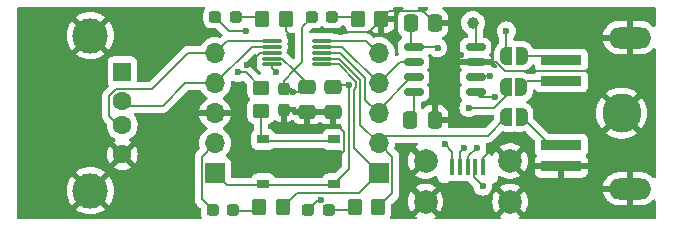
<source format=gbr>
%TF.GenerationSoftware,KiCad,Pcbnew,8.0.2*%
%TF.CreationDate,2024-05-05T20:52:19-05:00*%
%TF.ProjectId,ch554_USB_Host_Test,63683535-345f-4555-9342-5f486f73745f,rev?*%
%TF.SameCoordinates,Original*%
%TF.FileFunction,Copper,L1,Top*%
%TF.FilePolarity,Positive*%
%FSLAX46Y46*%
G04 Gerber Fmt 4.6, Leading zero omitted, Abs format (unit mm)*
G04 Created by KiCad (PCBNEW 8.0.2) date 2024-05-05 20:52:19*
%MOMM*%
%LPD*%
G01*
G04 APERTURE LIST*
G04 Aperture macros list*
%AMRoundRect*
0 Rectangle with rounded corners*
0 $1 Rounding radius*
0 $2 $3 $4 $5 $6 $7 $8 $9 X,Y pos of 4 corners*
0 Add a 4 corners polygon primitive as box body*
4,1,4,$2,$3,$4,$5,$6,$7,$8,$9,$2,$3,0*
0 Add four circle primitives for the rounded corners*
1,1,$1+$1,$2,$3*
1,1,$1+$1,$4,$5*
1,1,$1+$1,$6,$7*
1,1,$1+$1,$8,$9*
0 Add four rect primitives between the rounded corners*
20,1,$1+$1,$2,$3,$4,$5,0*
20,1,$1+$1,$4,$5,$6,$7,0*
20,1,$1+$1,$6,$7,$8,$9,0*
20,1,$1+$1,$8,$9,$2,$3,0*%
%AMFreePoly0*
4,1,19,0.500000,-0.750000,0.000000,-0.750000,0.000000,-0.744911,-0.071157,-0.744911,-0.207708,-0.704816,-0.327430,-0.627875,-0.420627,-0.520320,-0.479746,-0.390866,-0.500000,-0.250000,-0.500000,0.250000,-0.479746,0.390866,-0.420627,0.520320,-0.327430,0.627875,-0.207708,0.704816,-0.071157,0.744911,0.000000,0.744911,0.000000,0.750000,0.500000,0.750000,0.500000,-0.750000,0.500000,-0.750000,
$1*%
%AMFreePoly1*
4,1,19,0.000000,0.744911,0.071157,0.744911,0.207708,0.704816,0.327430,0.627875,0.420627,0.520320,0.479746,0.390866,0.500000,0.250000,0.500000,-0.250000,0.479746,-0.390866,0.420627,-0.520320,0.327430,-0.627875,0.207708,-0.704816,0.071157,-0.744911,0.000000,-0.744911,0.000000,-0.750000,-0.500000,-0.750000,-0.500000,0.750000,0.000000,0.750000,0.000000,0.744911,0.000000,0.744911,
$1*%
G04 Aperture macros list end*
%TA.AperFunction,SMDPad,CuDef*%
%ADD10R,0.400000X1.400000*%
%TD*%
%TA.AperFunction,ComponentPad*%
%ADD11C,2.000000*%
%TD*%
%TA.AperFunction,SMDPad,CuDef*%
%ADD12RoundRect,0.250000X0.450000X-0.350000X0.450000X0.350000X-0.450000X0.350000X-0.450000X-0.350000X0*%
%TD*%
%TA.AperFunction,SMDPad,CuDef*%
%ADD13RoundRect,0.250000X-0.350000X-0.450000X0.350000X-0.450000X0.350000X0.450000X-0.350000X0.450000X0*%
%TD*%
%TA.AperFunction,SMDPad,CuDef*%
%ADD14FreePoly0,0.000000*%
%TD*%
%TA.AperFunction,SMDPad,CuDef*%
%ADD15FreePoly1,0.000000*%
%TD*%
%TA.AperFunction,SMDPad,CuDef*%
%ADD16RoundRect,0.237500X0.287500X0.237500X-0.287500X0.237500X-0.287500X-0.237500X0.287500X-0.237500X0*%
%TD*%
%TA.AperFunction,ComponentPad*%
%ADD17R,1.700000X1.700000*%
%TD*%
%TA.AperFunction,ComponentPad*%
%ADD18O,1.700000X1.700000*%
%TD*%
%TA.AperFunction,ComponentPad*%
%ADD19R,1.500000X1.600000*%
%TD*%
%TA.AperFunction,ComponentPad*%
%ADD20C,1.600000*%
%TD*%
%TA.AperFunction,ComponentPad*%
%ADD21C,3.000000*%
%TD*%
%TA.AperFunction,SMDPad,CuDef*%
%ADD22RoundRect,0.250000X-0.337500X-0.475000X0.337500X-0.475000X0.337500X0.475000X-0.337500X0.475000X0*%
%TD*%
%TA.AperFunction,SMDPad,CuDef*%
%ADD23R,3.500000X0.900000*%
%TD*%
%TA.AperFunction,ComponentPad*%
%ADD24C,3.316000*%
%TD*%
%TA.AperFunction,ComponentPad*%
%ADD25O,3.600000X1.800000*%
%TD*%
%TA.AperFunction,SMDPad,CuDef*%
%ADD26FreePoly0,180.000000*%
%TD*%
%TA.AperFunction,SMDPad,CuDef*%
%ADD27FreePoly1,180.000000*%
%TD*%
%TA.AperFunction,SMDPad,CuDef*%
%ADD28RoundRect,0.250000X0.337500X0.475000X-0.337500X0.475000X-0.337500X-0.475000X0.337500X-0.475000X0*%
%TD*%
%TA.AperFunction,SMDPad,CuDef*%
%ADD29C,1.000000*%
%TD*%
%TA.AperFunction,SMDPad,CuDef*%
%ADD30RoundRect,0.150000X0.675000X0.150000X-0.675000X0.150000X-0.675000X-0.150000X0.675000X-0.150000X0*%
%TD*%
%TA.AperFunction,SMDPad,CuDef*%
%ADD31RoundRect,0.087500X0.725000X0.087500X-0.725000X0.087500X-0.725000X-0.087500X0.725000X-0.087500X0*%
%TD*%
%TA.AperFunction,SMDPad,CuDef*%
%ADD32RoundRect,0.250000X-0.475000X0.337500X-0.475000X-0.337500X0.475000X-0.337500X0.475000X0.337500X0*%
%TD*%
%TA.AperFunction,SMDPad,CuDef*%
%ADD33RoundRect,0.237500X-0.237500X0.300000X-0.237500X-0.300000X0.237500X-0.300000X0.237500X0.300000X0*%
%TD*%
%TA.AperFunction,SMDPad,CuDef*%
%ADD34R,1.000000X0.750000*%
%TD*%
%TA.AperFunction,ViaPad*%
%ADD35C,0.600000*%
%TD*%
%TA.AperFunction,Conductor*%
%ADD36C,0.200000*%
%TD*%
G04 APERTURE END LIST*
D10*
%TO.P,J4,1,1*%
%TO.N,+5V*%
X126340000Y-57745000D03*
%TO.P,J4,2,2*%
%TO.N,/USB2D-*%
X126990000Y-57745000D03*
%TO.P,J4,3,3*%
%TO.N,/USBD2+*%
X127640000Y-57745000D03*
%TO.P,J4,4,4*%
%TO.N,Net-(J4-Pad4)*%
X128290000Y-57745000D03*
%TO.P,J4,5,5*%
%TO.N,GND*%
X128940000Y-57745000D03*
D11*
%TO.P,J4,MH1,MH1*%
X124065000Y-60695000D03*
%TO.P,J4,MH2,MH2*%
X131215000Y-60695000D03*
%TO.P,J4,MH3,MH3*%
X131215000Y-57245000D03*
%TO.P,J4,MH4,MH4*%
X124065000Y-57245000D03*
%TD*%
D12*
%TO.P,R4,1*%
%TO.N,Net-(R4-Pad1)*%
X110125000Y-53025000D03*
%TO.P,R4,2*%
%TO.N,/UDP*%
X110125000Y-51025000D03*
%TD*%
D13*
%TO.P,R2,1*%
%TO.N,Net-(D2-K)*%
X110224286Y-45230000D03*
%TO.P,R2,2*%
%TO.N,GND*%
X112224286Y-45230000D03*
%TD*%
%TO.P,R5,1*%
%TO.N,Net-(D4-K)*%
X109952857Y-61175000D03*
%TO.P,R5,2*%
%TO.N,/LED1*%
X111952857Y-61175000D03*
%TD*%
D14*
%TO.P,JP3,1,A*%
%TO.N,/LED2*%
X130890000Y-53510000D03*
D15*
%TO.P,JP3,2,B*%
%TO.N,/ADB_PWR_ON*%
X132190000Y-53510000D03*
%TD*%
D13*
%TO.P,R3,1*%
%TO.N,Net-(D3-K)*%
X118325000Y-45230000D03*
%TO.P,R3,2*%
%TO.N,GND*%
X120325000Y-45230000D03*
%TD*%
D16*
%TO.P,D5,1,K*%
%TO.N,Net-(D5-K)*%
X115900714Y-61400000D03*
%TO.P,D5,2,A*%
%TO.N,+5V*%
X114150714Y-61400000D03*
%TD*%
D17*
%TO.P,J3,1,Pin_1*%
%TO.N,+3.3V*%
X106250000Y-58270000D03*
D18*
%TO.P,J3,2,Pin_2*%
%TO.N,+5V*%
X106250000Y-55730000D03*
%TO.P,J3,3,Pin_3*%
%TO.N,GND*%
X106250000Y-53190000D03*
%TO.P,J3,4,Pin_4*%
%TO.N,/UDM*%
X106250000Y-50650000D03*
%TO.P,J3,5,Pin_5*%
%TO.N,/UDP*%
X106250000Y-48110000D03*
%TD*%
D19*
%TO.P,J5,1,VBUS*%
%TO.N,+5V*%
X98385000Y-49695000D03*
D20*
%TO.P,J5,2,D-*%
%TO.N,/UDM*%
X98385000Y-52195000D03*
%TO.P,J5,3,D+*%
%TO.N,/UDP*%
X98385000Y-54195000D03*
%TO.P,J5,4,GND*%
%TO.N,GND*%
X98385000Y-56695000D03*
D21*
%TO.P,J5,5,Shield*%
X95675000Y-46625000D03*
X95675000Y-59765000D03*
%TD*%
D17*
%TO.P,J2,1,Pin_1*%
%TO.N,/LED1*%
X120100000Y-58270000D03*
D18*
%TO.P,J2,2,Pin_2*%
%TO.N,/LED2*%
X120100000Y-55730000D03*
%TO.P,J2,3,Pin_3*%
%TO.N,/RXD*%
X120100000Y-53190000D03*
%TO.P,J2,4,Pin_4*%
%TO.N,/TXD*%
X120100000Y-50650000D03*
%TO.P,J2,5,Pin_5*%
%TO.N,/RST*%
X120100000Y-48110000D03*
%TD*%
D22*
%TO.P,C4,1*%
%TO.N,Net-(U3-V3)*%
X122772500Y-53760000D03*
%TO.P,C4,2*%
%TO.N,GND*%
X124847500Y-53760000D03*
%TD*%
D16*
%TO.P,D4,1,K*%
%TO.N,Net-(D4-K)*%
X107800000Y-61400000D03*
%TO.P,D4,2,A*%
%TO.N,+5V*%
X106050000Y-61400000D03*
%TD*%
D23*
%TO.P,J6,1*%
%TO.N,/ADB_Data*%
X135560000Y-50495000D03*
%TO.P,J6,2*%
%TO.N,/ADB_PWR_ON*%
X135560000Y-55895000D03*
%TO.P,J6,3*%
%TO.N,Net-(JP4-A)*%
X135560000Y-48695000D03*
%TO.P,J6,4*%
%TO.N,GND*%
X135560000Y-57695000D03*
D24*
%TO.P,J6,S1*%
X140660000Y-53195000D03*
D25*
%TO.P,J6,S2*%
X141360000Y-46795000D03*
%TO.P,J6,S3*%
X141360000Y-59595000D03*
%TD*%
D26*
%TO.P,JP4,1,A*%
%TO.N,Net-(JP4-A)*%
X132200000Y-48340000D03*
D27*
%TO.P,JP4,2,B*%
%TO.N,+5V*%
X130900000Y-48340000D03*
%TD*%
D28*
%TO.P,C2,1*%
%TO.N,GND*%
X124887500Y-45585000D03*
%TO.P,C2,2*%
%TO.N,+5V*%
X122812500Y-45585000D03*
%TD*%
D16*
%TO.P,D2,1,K*%
%TO.N,Net-(D2-K)*%
X108026429Y-45050000D03*
%TO.P,D2,2,A*%
%TO.N,+3.3V*%
X106276429Y-45050000D03*
%TD*%
D26*
%TO.P,JP5,1,A*%
%TO.N,/ADB_Data*%
X132160000Y-50990000D03*
D27*
%TO.P,JP5,2,B*%
%TO.N,/LED1*%
X130860000Y-50990000D03*
%TD*%
D29*
%TO.P,TP2,1,1*%
%TO.N,Net-(U3-~{RTS})*%
X128070000Y-45560000D03*
%TD*%
D16*
%TO.P,D3,1,K*%
%TO.N,Net-(D3-K)*%
X116172143Y-45050000D03*
%TO.P,D3,2,A*%
%TO.N,+5V*%
X114422143Y-45050000D03*
%TD*%
D30*
%TO.P,U3,1,UD+*%
%TO.N,/USBD2+*%
X128295000Y-51415000D03*
%TO.P,U3,2,UD-*%
%TO.N,/USB2D-*%
X128295000Y-50145000D03*
%TO.P,U3,3,GND*%
%TO.N,GND*%
X128295000Y-48875000D03*
%TO.P,U3,4,~{RTS}*%
%TO.N,Net-(U3-~{RTS})*%
X128295000Y-47605000D03*
%TO.P,U3,5,VCC*%
%TO.N,+5V*%
X123045000Y-47605000D03*
%TO.P,U3,6,TXD*%
%TO.N,/TXD*%
X123045000Y-48875000D03*
%TO.P,U3,7,RXD*%
%TO.N,/RXD*%
X123045000Y-50145000D03*
%TO.P,U3,8,V3*%
%TO.N,Net-(U3-V3)*%
X123045000Y-51415000D03*
%TD*%
D31*
%TO.P,U2,1,P1.4*%
%TO.N,/LED1*%
X115287500Y-49070000D03*
%TO.P,U2,2,P1.5*%
%TO.N,/LED2*%
X115287500Y-48570000D03*
%TO.P,U2,3,P1.6*%
%TO.N,/RXD*%
X115287500Y-48070000D03*
%TO.P,U2,4,P1.7*%
%TO.N,/TXD*%
X115287500Y-47570000D03*
%TO.P,U2,5,RST*%
%TO.N,/RST*%
X115287500Y-47070000D03*
%TO.P,U2,6,P3.6*%
%TO.N,/UDP*%
X111062500Y-47070000D03*
%TO.P,U2,7,P3.7*%
%TO.N,/UDM*%
X111062500Y-47570000D03*
%TO.P,U2,8,GND*%
%TO.N,GND*%
X111062500Y-48070000D03*
%TO.P,U2,9,VCC*%
%TO.N,+5V*%
X111062500Y-48570000D03*
%TO.P,U2,10,V33*%
%TO.N,+3.3V*%
X111062500Y-49070000D03*
%TD*%
D32*
%TO.P,C5,1*%
%TO.N,+5V*%
X114016666Y-50987500D03*
%TO.P,C5,2*%
%TO.N,GND*%
X114016666Y-53062500D03*
%TD*%
D13*
%TO.P,R6,1*%
%TO.N,Net-(D5-K)*%
X118053572Y-61175000D03*
%TO.P,R6,2*%
%TO.N,/LED2*%
X120053572Y-61175000D03*
%TD*%
D32*
%TO.P,C3,1*%
%TO.N,+3.3V*%
X116225000Y-50987500D03*
%TO.P,C3,2*%
%TO.N,GND*%
X116225000Y-53062500D03*
%TD*%
D33*
%TO.P,C6,1*%
%TO.N,+5V*%
X112058333Y-51162500D03*
%TO.P,C6,2*%
%TO.N,GND*%
X112058333Y-52887500D03*
%TD*%
D34*
%TO.P,SW2,1,1*%
%TO.N,+3.3V*%
X116325000Y-59175000D03*
X110325000Y-59175000D03*
%TO.P,SW2,2,2*%
%TO.N,Net-(R4-Pad1)*%
X116325000Y-55425000D03*
X110325000Y-55425000D03*
%TD*%
D35*
%TO.N,GND*%
X130370000Y-55590000D03*
X140730000Y-49650000D03*
X116880000Y-46310000D03*
X132710000Y-59120000D03*
X108925000Y-49150000D03*
X109200000Y-57660000D03*
X114150000Y-54440000D03*
X116190000Y-57310000D03*
X125410000Y-51310000D03*
X122400000Y-58370000D03*
X111980000Y-54410000D03*
X121900000Y-61780000D03*
X125260000Y-61870000D03*
X112760000Y-46770000D03*
X127090000Y-48300000D03*
X116190000Y-54250000D03*
%TO.N,+5V*%
X115190159Y-60558191D03*
X130900000Y-46240000D03*
X125080000Y-47660000D03*
X112875000Y-51375000D03*
X125690000Y-55800000D03*
%TO.N,+3.3V*%
X117550000Y-50775000D03*
X111400000Y-49750000D03*
X108900000Y-46200000D03*
%TO.N,/LED1*%
X127730000Y-52750000D03*
%TO.N,/UDP*%
X108200000Y-49750000D03*
%TO.N,/USBD2+*%
X129960735Y-51790735D03*
X128390000Y-56110000D03*
%TO.N,Net-(J4-Pad4)*%
X128910000Y-59380000D03*
%TO.N,/USB2D-*%
X129540000Y-50060000D03*
X127280000Y-56180000D03*
%TD*%
D36*
%TO.N,GND*%
X120995000Y-44560000D02*
X123862500Y-44560000D01*
X119245000Y-46310000D02*
X120325000Y-45230000D01*
X116880000Y-46310000D02*
X119245000Y-46310000D01*
X128940000Y-57020000D02*
X130370000Y-55590000D01*
X128940000Y-57745000D02*
X128940000Y-57020000D01*
X111062500Y-48070000D02*
X110005000Y-48070000D01*
X130041123Y-48875000D02*
X130816123Y-49650000D01*
X130816123Y-49650000D02*
X140730000Y-49650000D01*
X112224286Y-45230000D02*
X112224286Y-46234286D01*
X110005000Y-48070000D02*
X108925000Y-49150000D01*
X117125000Y-56375000D02*
X117125000Y-54750000D01*
X120325000Y-45230000D02*
X120995000Y-44560000D01*
X112224286Y-46234286D02*
X112760000Y-46770000D01*
X128295000Y-48875000D02*
X130041123Y-48875000D01*
X116190000Y-57310000D02*
X117125000Y-56375000D01*
X123862500Y-44560000D02*
X124887500Y-45585000D01*
X116625000Y-54250000D02*
X116190000Y-54250000D01*
X117125000Y-54750000D02*
X116625000Y-54250000D01*
%TO.N,+5V*%
X114422143Y-45137857D02*
X113620000Y-45940000D01*
X115190159Y-60558191D02*
X114992523Y-60558191D01*
X112662500Y-51162500D02*
X112875000Y-51375000D01*
X114992523Y-60558191D02*
X114150714Y-61400000D01*
X113620000Y-45940000D02*
X113620000Y-48880000D01*
X113620000Y-48880000D02*
X112927716Y-49572284D01*
X105100000Y-56880000D02*
X105100000Y-60450000D01*
X122812500Y-47372500D02*
X123045000Y-47605000D01*
X112927716Y-49572284D02*
X114016666Y-50661234D01*
X112875000Y-51375000D02*
X113629166Y-51375000D01*
X105100000Y-60450000D02*
X106050000Y-61400000D01*
X125080000Y-47660000D02*
X125025000Y-47605000D01*
X125690000Y-55800000D02*
X126340000Y-56450000D01*
X111925432Y-48570000D02*
X112927716Y-49572284D01*
X125025000Y-47605000D02*
X123045000Y-47605000D01*
X130900000Y-48340000D02*
X130900000Y-46240000D01*
X106250000Y-55730000D02*
X105100000Y-56880000D01*
X111062500Y-48570000D02*
X111925432Y-48570000D01*
X126340000Y-56450000D02*
X126340000Y-57745000D01*
X122812500Y-45585000D02*
X122812500Y-47372500D01*
X112058333Y-50441667D02*
X112927716Y-49572284D01*
X112058333Y-51162500D02*
X112662500Y-51162500D01*
X112058333Y-51162500D02*
X112058333Y-50441667D01*
%TO.N,+3.3V*%
X117550000Y-50775000D02*
X116437500Y-50775000D01*
X111062500Y-49070000D02*
X111062500Y-49412500D01*
X111062500Y-49412500D02*
X111400000Y-49750000D01*
X106276429Y-45050000D02*
X107426429Y-46200000D01*
X117550000Y-50775000D02*
X117550000Y-57950000D01*
X117550000Y-57950000D02*
X116325000Y-59175000D01*
X110325000Y-59300000D02*
X116325000Y-59300000D01*
X110325000Y-59300000D02*
X107280000Y-59300000D01*
X107426429Y-46200000D02*
X108900000Y-46200000D01*
X107280000Y-59300000D02*
X106250000Y-58270000D01*
%TO.N,Net-(U3-V3)*%
X123045000Y-51415000D02*
X123045000Y-53487500D01*
%TO.N,Net-(D2-K)*%
X108026429Y-45050000D02*
X110044286Y-45050000D01*
%TO.N,Net-(D3-K)*%
X116172143Y-45050000D02*
X118145000Y-45050000D01*
%TO.N,Net-(D4-K)*%
X107800000Y-61450000D02*
X109527857Y-61450000D01*
%TO.N,Net-(D5-K)*%
X115900714Y-61400000D02*
X117828572Y-61400000D01*
%TO.N,/RXD*%
X118950000Y-50184314D02*
X116835686Y-48070000D01*
X118950000Y-52040000D02*
X118950000Y-50184314D01*
X120100000Y-53190000D02*
X118950000Y-52040000D01*
X120100000Y-52894448D02*
X122849448Y-50145000D01*
X116835686Y-48070000D02*
X115287500Y-48070000D01*
%TO.N,/TXD*%
X121875000Y-48875000D02*
X123045000Y-48875000D01*
X120100000Y-50650000D02*
X121875000Y-48875000D01*
X115287500Y-47570000D02*
X117020000Y-47570000D01*
X117020000Y-47570000D02*
X120100000Y-50650000D01*
%TO.N,/LED1*%
X116693529Y-49070000D02*
X118150000Y-50526471D01*
X117975000Y-56145000D02*
X120100000Y-58270000D01*
X113169666Y-59958191D02*
X118411809Y-59958191D01*
X129850000Y-52750000D02*
X130860000Y-51740000D01*
X115287500Y-49070000D02*
X116693529Y-49070000D01*
X118150000Y-51023529D02*
X117975000Y-51198529D01*
X117975000Y-51198529D02*
X117975000Y-56145000D01*
X127730000Y-52750000D02*
X129850000Y-52750000D01*
X130860000Y-51740000D02*
X130860000Y-50990000D01*
X118150000Y-50526471D02*
X118150000Y-51023529D01*
X111952857Y-61175000D02*
X113169666Y-59958191D01*
X118411809Y-59958191D02*
X120100000Y-58270000D01*
%TO.N,/LED2*%
X120100000Y-55730000D02*
X120740000Y-55090000D01*
X120053572Y-61175000D02*
X121250000Y-59978572D01*
X121250000Y-59978572D02*
X121250000Y-56880000D01*
X118550000Y-54180000D02*
X118550000Y-50350000D01*
X120740000Y-55090000D02*
X129310000Y-55090000D01*
X129310000Y-55090000D02*
X130890000Y-53510000D01*
X118550000Y-50350000D02*
X116770000Y-48570000D01*
X120100000Y-55730000D02*
X118550000Y-54180000D01*
X116770000Y-48570000D02*
X115287500Y-48570000D01*
X121250000Y-56880000D02*
X120100000Y-55730000D01*
%TO.N,/RST*%
X119060000Y-47070000D02*
X115287500Y-47070000D01*
X120100000Y-48110000D02*
X119060000Y-47070000D01*
%TO.N,/UDM*%
X103700000Y-50650000D02*
X106250000Y-50650000D01*
X98385000Y-52549500D02*
X101800500Y-52549500D01*
X101800500Y-52549500D02*
X103700000Y-50650000D01*
X109330000Y-47570000D02*
X106250000Y-50650000D01*
X111062500Y-47570000D02*
X109330000Y-47570000D01*
%TO.N,/UDP*%
X106250000Y-48110000D02*
X107290000Y-47070000D01*
X98385000Y-54549500D02*
X97285000Y-53449500D01*
X108850000Y-49750000D02*
X108200000Y-49750000D01*
X103965000Y-48110000D02*
X106250000Y-48110000D01*
X100925500Y-51149500D02*
X103965000Y-48110000D01*
X107290000Y-47070000D02*
X111062500Y-47070000D01*
X110125000Y-51025000D02*
X108850000Y-49750000D01*
X97285000Y-51740000D02*
X97875500Y-51149500D01*
X97875500Y-51149500D02*
X100925500Y-51149500D01*
X97285000Y-53449500D02*
X97285000Y-51740000D01*
%TO.N,/USBD2+*%
X127640000Y-57745000D02*
X127640000Y-56860000D01*
X127640000Y-56860000D02*
X128390000Y-56110000D01*
X129960735Y-51790735D02*
X128670735Y-51790735D01*
X128670735Y-51790735D02*
X128295000Y-51415000D01*
%TO.N,Net-(J4-Pad4)*%
X128140000Y-58610000D02*
X128140000Y-57895000D01*
X128140000Y-57895000D02*
X128290000Y-57745000D01*
X128910000Y-59380000D02*
X128140000Y-58610000D01*
%TO.N,/USB2D-*%
X128380000Y-50060000D02*
X128295000Y-50145000D01*
X129540000Y-50060000D02*
X128380000Y-50060000D01*
X126990000Y-57745000D02*
X126990000Y-56470000D01*
X126990000Y-56470000D02*
X127280000Y-56180000D01*
%TO.N,Net-(R4-Pad1)*%
X110325000Y-55550000D02*
X116325000Y-55550000D01*
X110125000Y-53025000D02*
X110125000Y-55350000D01*
%TO.N,Net-(U3-~{RTS})*%
X128295000Y-47605000D02*
X128295000Y-45785000D01*
%TO.N,/ADB_PWR_ON*%
X132190000Y-53510000D02*
X134575000Y-55895000D01*
%TO.N,/ADB_Data*%
X132655000Y-50495000D02*
X135560000Y-50495000D01*
X132160000Y-50990000D02*
X132655000Y-50495000D01*
%TO.N,Net-(JP4-A)*%
X132200000Y-48340000D02*
X135205000Y-48340000D01*
X135205000Y-48340000D02*
X135560000Y-48695000D01*
%TD*%
%TA.AperFunction,Conductor*%
%TO.N,GND*%
G36*
X105347268Y-44215185D02*
G01*
X105393023Y-44267989D01*
X105402967Y-44337147D01*
X105385767Y-44384597D01*
X105315525Y-44498475D01*
X105315520Y-44498486D01*
X105296906Y-44554659D01*
X105261255Y-44662247D01*
X105261255Y-44662248D01*
X105261254Y-44662248D01*
X105250929Y-44763315D01*
X105250929Y-45336669D01*
X105250930Y-45336687D01*
X105261254Y-45437752D01*
X105282981Y-45503317D01*
X105315521Y-45601516D01*
X105406089Y-45748350D01*
X105528079Y-45870340D01*
X105674913Y-45960908D01*
X105838676Y-46015174D01*
X105939752Y-46025500D01*
X106351330Y-46025499D01*
X106418369Y-46045183D01*
X106439011Y-46061818D01*
X106856297Y-46479104D01*
X106889782Y-46540427D01*
X106884798Y-46610119D01*
X106856298Y-46654465D01*
X106832268Y-46678496D01*
X106809480Y-46701284D01*
X106809478Y-46701286D01*
X106768502Y-46742262D01*
X106733530Y-46777234D01*
X106672206Y-46810718D01*
X106613756Y-46809327D01*
X106485413Y-46774938D01*
X106485403Y-46774936D01*
X106250001Y-46754341D01*
X106249999Y-46754341D01*
X106014596Y-46774936D01*
X106014586Y-46774938D01*
X105786344Y-46836094D01*
X105786335Y-46836098D01*
X105572171Y-46935964D01*
X105572169Y-46935965D01*
X105378597Y-47071505D01*
X105211506Y-47238596D01*
X105075965Y-47432170D01*
X105075962Y-47432175D01*
X105073289Y-47437909D01*
X105027115Y-47490346D01*
X104960909Y-47509500D01*
X103885943Y-47509500D01*
X103733213Y-47550423D01*
X103711201Y-47563133D01*
X103711200Y-47563133D01*
X103596287Y-47629477D01*
X103596282Y-47629481D01*
X103539685Y-47686079D01*
X103484480Y-47741284D01*
X103484478Y-47741286D01*
X102091928Y-49133837D01*
X100713084Y-50512681D01*
X100651761Y-50546166D01*
X100625403Y-50549000D01*
X99759500Y-50549000D01*
X99692461Y-50529315D01*
X99646706Y-50476511D01*
X99635500Y-50425000D01*
X99635499Y-48847129D01*
X99635498Y-48847123D01*
X99635497Y-48847116D01*
X99629091Y-48787517D01*
X99627070Y-48782099D01*
X99578797Y-48652671D01*
X99578793Y-48652664D01*
X99492547Y-48537455D01*
X99492544Y-48537452D01*
X99377335Y-48451206D01*
X99377328Y-48451202D01*
X99242482Y-48400908D01*
X99242483Y-48400908D01*
X99182883Y-48394501D01*
X99182881Y-48394500D01*
X99182873Y-48394500D01*
X99182864Y-48394500D01*
X97587129Y-48394500D01*
X97587123Y-48394501D01*
X97527516Y-48400908D01*
X97392671Y-48451202D01*
X97392664Y-48451206D01*
X97277455Y-48537452D01*
X97277452Y-48537455D01*
X97191206Y-48652664D01*
X97191202Y-48652671D01*
X97140908Y-48787517D01*
X97135676Y-48836186D01*
X97134501Y-48847123D01*
X97134500Y-48847135D01*
X97134500Y-50542870D01*
X97134501Y-50542876D01*
X97140908Y-50602483D01*
X97191202Y-50737328D01*
X97191203Y-50737330D01*
X97232655Y-50792702D01*
X97257072Y-50858166D01*
X97242221Y-50926439D01*
X97221069Y-50954694D01*
X96916286Y-51259478D01*
X96804481Y-51371282D01*
X96804479Y-51371284D01*
X96776101Y-51420437D01*
X96764107Y-51441213D01*
X96756577Y-51454256D01*
X96725547Y-51508001D01*
X96725423Y-51508215D01*
X96684499Y-51660943D01*
X96684499Y-51660945D01*
X96684499Y-51829046D01*
X96684500Y-51829059D01*
X96684500Y-53362830D01*
X96684499Y-53362848D01*
X96684499Y-53528554D01*
X96684498Y-53528554D01*
X96689857Y-53548553D01*
X96725423Y-53681285D01*
X96728479Y-53686579D01*
X96732955Y-53694332D01*
X96732957Y-53694334D01*
X96804477Y-53818212D01*
X96804481Y-53818217D01*
X96923349Y-53937085D01*
X96923355Y-53937090D01*
X97046829Y-54060564D01*
X97080314Y-54121887D01*
X97082676Y-54159049D01*
X97079532Y-54194994D01*
X97079532Y-54195001D01*
X97099364Y-54421686D01*
X97099366Y-54421697D01*
X97158258Y-54641488D01*
X97158261Y-54641497D01*
X97254431Y-54847732D01*
X97254432Y-54847734D01*
X97384954Y-55034141D01*
X97545858Y-55195045D01*
X97545861Y-55195047D01*
X97732266Y-55325568D01*
X97747975Y-55332893D01*
X97800414Y-55379064D01*
X97819567Y-55446257D01*
X97799352Y-55513138D01*
X97747979Y-55557656D01*
X97732514Y-55564867D01*
X97732512Y-55564868D01*
X97659526Y-55615973D01*
X97659526Y-55615974D01*
X98276002Y-56232449D01*
X98201657Y-56252370D01*
X98093343Y-56314905D01*
X98004905Y-56403343D01*
X97942370Y-56511657D01*
X97922449Y-56586001D01*
X97305974Y-55969526D01*
X97305973Y-55969526D01*
X97254868Y-56042512D01*
X97254866Y-56042516D01*
X97158734Y-56248673D01*
X97158730Y-56248682D01*
X97099860Y-56468389D01*
X97099858Y-56468400D01*
X97080034Y-56694997D01*
X97080034Y-56695002D01*
X97099858Y-56921599D01*
X97099860Y-56921610D01*
X97158730Y-57141317D01*
X97158735Y-57141331D01*
X97254863Y-57347478D01*
X97305974Y-57420472D01*
X97922449Y-56803997D01*
X97942370Y-56878343D01*
X98004905Y-56986657D01*
X98093343Y-57075095D01*
X98201657Y-57137630D01*
X98276002Y-57157550D01*
X97659526Y-57774025D01*
X97732513Y-57825132D01*
X97732521Y-57825136D01*
X97938668Y-57921264D01*
X97938682Y-57921269D01*
X98158389Y-57980139D01*
X98158400Y-57980141D01*
X98384998Y-57999966D01*
X98385002Y-57999966D01*
X98611599Y-57980141D01*
X98611610Y-57980139D01*
X98831317Y-57921269D01*
X98831331Y-57921264D01*
X99037478Y-57825136D01*
X99110471Y-57774024D01*
X98493997Y-57157550D01*
X98568343Y-57137630D01*
X98676657Y-57075095D01*
X98765095Y-56986657D01*
X98827630Y-56878343D01*
X98847550Y-56803997D01*
X99464024Y-57420471D01*
X99515136Y-57347478D01*
X99611264Y-57141331D01*
X99611269Y-57141317D01*
X99670139Y-56921610D01*
X99670141Y-56921599D01*
X99689966Y-56695002D01*
X99689966Y-56694997D01*
X99670141Y-56468400D01*
X99670139Y-56468389D01*
X99611269Y-56248682D01*
X99611264Y-56248668D01*
X99515136Y-56042521D01*
X99515132Y-56042513D01*
X99464025Y-55969526D01*
X98847550Y-56586001D01*
X98827630Y-56511657D01*
X98765095Y-56403343D01*
X98676657Y-56314905D01*
X98568343Y-56252370D01*
X98493998Y-56232449D01*
X99110472Y-55615974D01*
X99037480Y-55564864D01*
X99022024Y-55557657D01*
X98969585Y-55511484D01*
X98950433Y-55444290D01*
X98970649Y-55377409D01*
X99022023Y-55332893D01*
X99037734Y-55325568D01*
X99224139Y-55195047D01*
X99385047Y-55034139D01*
X99515568Y-54847734D01*
X99611739Y-54641496D01*
X99670635Y-54421692D01*
X99690468Y-54195000D01*
X99690467Y-54194994D01*
X99683469Y-54114999D01*
X99670635Y-53968308D01*
X99614148Y-53757494D01*
X99611741Y-53748511D01*
X99611738Y-53748502D01*
X99586478Y-53694332D01*
X99515568Y-53542266D01*
X99385047Y-53355861D01*
X99385046Y-53355860D01*
X99383240Y-53353707D01*
X99382741Y-53352567D01*
X99381942Y-53351426D01*
X99382171Y-53351265D01*
X99355226Y-53289699D01*
X99366264Y-53220707D01*
X99412851Y-53168635D01*
X99478228Y-53150000D01*
X101713831Y-53150000D01*
X101713847Y-53150001D01*
X101721443Y-53150001D01*
X101879554Y-53150001D01*
X101879557Y-53150001D01*
X102032285Y-53109077D01*
X102109612Y-53064432D01*
X102169216Y-53030020D01*
X102281020Y-52918216D01*
X102281020Y-52918214D01*
X102291224Y-52908011D01*
X102291227Y-52908006D01*
X103912417Y-51286819D01*
X103973740Y-51253334D01*
X104000098Y-51250500D01*
X104960909Y-51250500D01*
X105027948Y-51270185D01*
X105073292Y-51322097D01*
X105075965Y-51327830D01*
X105202271Y-51508213D01*
X105211501Y-51521395D01*
X105211506Y-51521402D01*
X105378597Y-51688493D01*
X105378603Y-51688498D01*
X105413801Y-51713144D01*
X105528784Y-51793656D01*
X105564594Y-51818730D01*
X105608219Y-51873307D01*
X105615413Y-51942805D01*
X105583890Y-52005160D01*
X105564595Y-52021880D01*
X105378922Y-52151890D01*
X105378920Y-52151891D01*
X105211891Y-52318920D01*
X105211886Y-52318926D01*
X105076400Y-52512420D01*
X105076399Y-52512422D01*
X104976570Y-52726507D01*
X104976567Y-52726513D01*
X104919364Y-52939999D01*
X104919364Y-52940000D01*
X105816988Y-52940000D01*
X105784075Y-52997007D01*
X105750000Y-53124174D01*
X105750000Y-53255826D01*
X105784075Y-53382993D01*
X105816988Y-53440000D01*
X104919364Y-53440000D01*
X104976567Y-53653486D01*
X104976570Y-53653492D01*
X105076399Y-53867578D01*
X105211894Y-54061082D01*
X105378917Y-54228105D01*
X105564595Y-54358119D01*
X105608219Y-54412696D01*
X105615412Y-54482195D01*
X105583890Y-54544549D01*
X105564595Y-54561269D01*
X105378594Y-54691508D01*
X105211505Y-54858597D01*
X105075965Y-55052169D01*
X105075964Y-55052171D01*
X104976098Y-55266335D01*
X104976094Y-55266344D01*
X104914938Y-55494586D01*
X104914936Y-55494596D01*
X104894341Y-55729999D01*
X104894341Y-55730000D01*
X104914936Y-55965403D01*
X104914938Y-55965413D01*
X104949327Y-56093756D01*
X104947664Y-56163606D01*
X104917233Y-56213530D01*
X104731286Y-56399478D01*
X104619481Y-56511282D01*
X104619477Y-56511287D01*
X104609464Y-56528632D01*
X104596603Y-56550909D01*
X104540423Y-56648215D01*
X104499499Y-56800943D01*
X104499499Y-56800944D01*
X104499499Y-56800945D01*
X104499499Y-56969046D01*
X104499500Y-56969059D01*
X104499500Y-60363330D01*
X104499499Y-60363348D01*
X104499499Y-60529054D01*
X104499498Y-60529054D01*
X104540424Y-60681789D01*
X104540425Y-60681790D01*
X104559604Y-60715008D01*
X104559605Y-60715009D01*
X104619477Y-60818712D01*
X104619481Y-60818717D01*
X104738349Y-60937585D01*
X104738355Y-60937590D01*
X104988181Y-61187416D01*
X105021666Y-61248739D01*
X105024500Y-61275097D01*
X105024500Y-61686669D01*
X105024501Y-61686687D01*
X105034825Y-61787752D01*
X105089092Y-61951515D01*
X105089095Y-61951522D01*
X105122330Y-62005404D01*
X105140770Y-62072796D01*
X105119847Y-62139460D01*
X105066205Y-62184229D01*
X105016791Y-62194500D01*
X89612000Y-62194500D01*
X89544961Y-62174815D01*
X89499206Y-62122011D01*
X89488000Y-62070500D01*
X89488000Y-59764998D01*
X93669891Y-59764998D01*
X93669891Y-59765001D01*
X93690300Y-60050362D01*
X93751109Y-60329895D01*
X93851091Y-60597958D01*
X93988191Y-60849038D01*
X93988196Y-60849046D01*
X94094882Y-60991561D01*
X94094883Y-60991562D01*
X94702912Y-60383532D01*
X94797829Y-60514175D01*
X94925825Y-60642171D01*
X95056465Y-60737086D01*
X94448436Y-61345115D01*
X94590960Y-61451807D01*
X94590961Y-61451808D01*
X94842042Y-61588908D01*
X94842041Y-61588908D01*
X95110104Y-61688890D01*
X95389637Y-61749699D01*
X95674999Y-61770109D01*
X95675001Y-61770109D01*
X95960362Y-61749699D01*
X96239895Y-61688890D01*
X96507958Y-61588908D01*
X96759047Y-61451803D01*
X96901561Y-61345116D01*
X96901562Y-61345115D01*
X96293534Y-60737086D01*
X96424175Y-60642171D01*
X96552171Y-60514175D01*
X96647086Y-60383533D01*
X97255115Y-60991562D01*
X97255116Y-60991561D01*
X97361803Y-60849047D01*
X97498908Y-60597958D01*
X97598890Y-60329895D01*
X97659699Y-60050362D01*
X97680109Y-59765001D01*
X97680109Y-59764998D01*
X97659699Y-59479637D01*
X97598890Y-59200104D01*
X97498908Y-58932041D01*
X97361808Y-58680961D01*
X97361807Y-58680960D01*
X97255115Y-58538436D01*
X96647086Y-59146465D01*
X96552171Y-59015825D01*
X96424175Y-58887829D01*
X96293533Y-58792912D01*
X96901562Y-58184883D01*
X96901561Y-58184882D01*
X96759046Y-58078196D01*
X96759038Y-58078191D01*
X96507957Y-57941091D01*
X96507958Y-57941091D01*
X96239895Y-57841109D01*
X95960362Y-57780300D01*
X95675001Y-57759891D01*
X95674999Y-57759891D01*
X95389637Y-57780300D01*
X95110104Y-57841109D01*
X94842041Y-57941091D01*
X94590961Y-58078191D01*
X94590953Y-58078196D01*
X94448437Y-58184882D01*
X94448436Y-58184883D01*
X95056466Y-58792913D01*
X94925825Y-58887829D01*
X94797829Y-59015825D01*
X94702913Y-59146466D01*
X94094883Y-58538436D01*
X94094882Y-58538437D01*
X93988196Y-58680953D01*
X93988191Y-58680961D01*
X93851091Y-58932041D01*
X93751109Y-59200104D01*
X93690300Y-59479637D01*
X93669891Y-59764998D01*
X89488000Y-59764998D01*
X89488000Y-46624998D01*
X93669891Y-46624998D01*
X93669891Y-46625001D01*
X93690300Y-46910362D01*
X93751109Y-47189895D01*
X93851091Y-47457958D01*
X93988191Y-47709038D01*
X93988196Y-47709046D01*
X94094882Y-47851561D01*
X94094883Y-47851562D01*
X94702912Y-47243532D01*
X94797829Y-47374175D01*
X94925825Y-47502171D01*
X95056465Y-47597086D01*
X94448436Y-48205115D01*
X94590960Y-48311807D01*
X94590961Y-48311808D01*
X94842042Y-48448908D01*
X94842041Y-48448908D01*
X95110104Y-48548890D01*
X95389637Y-48609699D01*
X95674999Y-48630109D01*
X95675001Y-48630109D01*
X95960362Y-48609699D01*
X96239895Y-48548890D01*
X96507958Y-48448908D01*
X96759047Y-48311803D01*
X96901561Y-48205116D01*
X96901562Y-48205115D01*
X96293534Y-47597086D01*
X96424175Y-47502171D01*
X96552171Y-47374175D01*
X96647086Y-47243533D01*
X97255115Y-47851562D01*
X97255116Y-47851561D01*
X97361803Y-47709047D01*
X97498908Y-47457958D01*
X97598890Y-47189895D01*
X97659699Y-46910362D01*
X97680109Y-46625001D01*
X97680109Y-46624998D01*
X97659699Y-46339637D01*
X97598890Y-46060104D01*
X97498908Y-45792041D01*
X97361808Y-45540961D01*
X97361807Y-45540960D01*
X97255115Y-45398436D01*
X96647086Y-46006465D01*
X96552171Y-45875825D01*
X96424175Y-45747829D01*
X96293533Y-45652912D01*
X96901562Y-45044883D01*
X96901561Y-45044882D01*
X96759046Y-44938196D01*
X96759038Y-44938191D01*
X96507957Y-44801091D01*
X96507958Y-44801091D01*
X96239895Y-44701109D01*
X95960362Y-44640300D01*
X95675001Y-44619891D01*
X95674999Y-44619891D01*
X95389637Y-44640300D01*
X95110104Y-44701109D01*
X94842041Y-44801091D01*
X94590961Y-44938191D01*
X94590953Y-44938196D01*
X94448437Y-45044882D01*
X94448436Y-45044883D01*
X95056466Y-45652913D01*
X94925825Y-45747829D01*
X94797829Y-45875825D01*
X94702913Y-46006466D01*
X94094883Y-45398436D01*
X94094882Y-45398437D01*
X93988196Y-45540953D01*
X93988191Y-45540961D01*
X93851091Y-45792041D01*
X93751109Y-46060104D01*
X93690300Y-46339637D01*
X93669891Y-46624998D01*
X89488000Y-46624998D01*
X89488000Y-44319500D01*
X89507685Y-44252461D01*
X89560489Y-44206706D01*
X89612000Y-44195500D01*
X105280229Y-44195500D01*
X105347268Y-44215185D01*
G37*
%TD.AperFunction*%
%TA.AperFunction,Conductor*%
G36*
X143475039Y-44215185D02*
G01*
X143520794Y-44267989D01*
X143532000Y-44319500D01*
X143532000Y-45787739D01*
X143512315Y-45854778D01*
X143459511Y-45900533D01*
X143390353Y-45910477D01*
X143326797Y-45881452D01*
X143320319Y-45875420D01*
X143172041Y-45727142D01*
X142993760Y-45597613D01*
X142797410Y-45497567D01*
X142587835Y-45429473D01*
X142370181Y-45395000D01*
X141610000Y-45395000D01*
X141610000Y-46295000D01*
X141110000Y-46295000D01*
X141110000Y-45395000D01*
X140349819Y-45395000D01*
X140132164Y-45429473D01*
X139922589Y-45497567D01*
X139726239Y-45597613D01*
X139547958Y-45727142D01*
X139392142Y-45882958D01*
X139262613Y-46061239D01*
X139162567Y-46257589D01*
X139094473Y-46467161D01*
X139094473Y-46467164D01*
X139082145Y-46545000D01*
X140326988Y-46545000D01*
X140294075Y-46602007D01*
X140260000Y-46729174D01*
X140260000Y-46860826D01*
X140294075Y-46987993D01*
X140326988Y-47045000D01*
X139082145Y-47045000D01*
X139094473Y-47122835D01*
X139094473Y-47122838D01*
X139162567Y-47332410D01*
X139262613Y-47528760D01*
X139392142Y-47707041D01*
X139547958Y-47862857D01*
X139726239Y-47992386D01*
X139922589Y-48092432D01*
X140132164Y-48160526D01*
X140349819Y-48195000D01*
X141110000Y-48195000D01*
X141110000Y-47295000D01*
X141610000Y-47295000D01*
X141610000Y-48195000D01*
X142370181Y-48195000D01*
X142587835Y-48160526D01*
X142797410Y-48092432D01*
X142993760Y-47992386D01*
X143172041Y-47862857D01*
X143320319Y-47714580D01*
X143381642Y-47681095D01*
X143451334Y-47686079D01*
X143507267Y-47727951D01*
X143531684Y-47793415D01*
X143532000Y-47802261D01*
X143532000Y-58587739D01*
X143512315Y-58654778D01*
X143459511Y-58700533D01*
X143390353Y-58710477D01*
X143326797Y-58681452D01*
X143320319Y-58675420D01*
X143172041Y-58527142D01*
X142993760Y-58397613D01*
X142797410Y-58297567D01*
X142587835Y-58229473D01*
X142370181Y-58195000D01*
X141610000Y-58195000D01*
X141610000Y-59095000D01*
X141110000Y-59095000D01*
X141110000Y-58195000D01*
X140349819Y-58195000D01*
X140132164Y-58229473D01*
X139922589Y-58297567D01*
X139726239Y-58397613D01*
X139547958Y-58527142D01*
X139392142Y-58682958D01*
X139262613Y-58861239D01*
X139162567Y-59057589D01*
X139094473Y-59267161D01*
X139094473Y-59267164D01*
X139082145Y-59345000D01*
X140326988Y-59345000D01*
X140294075Y-59402007D01*
X140260000Y-59529174D01*
X140260000Y-59660826D01*
X140294075Y-59787993D01*
X140326988Y-59845000D01*
X139082145Y-59845000D01*
X139094473Y-59922835D01*
X139094473Y-59922838D01*
X139162567Y-60132410D01*
X139262613Y-60328760D01*
X139392142Y-60507041D01*
X139547958Y-60662857D01*
X139726239Y-60792386D01*
X139922589Y-60892432D01*
X140132164Y-60960526D01*
X140349819Y-60995000D01*
X141110000Y-60995000D01*
X141110000Y-60095000D01*
X141610000Y-60095000D01*
X141610000Y-60995000D01*
X142370181Y-60995000D01*
X142587835Y-60960526D01*
X142797410Y-60892432D01*
X142993760Y-60792386D01*
X143172041Y-60662857D01*
X143320319Y-60514580D01*
X143381642Y-60481095D01*
X143451334Y-60486079D01*
X143507267Y-60527951D01*
X143531684Y-60593415D01*
X143532000Y-60602261D01*
X143532000Y-62070500D01*
X143512315Y-62137539D01*
X143459511Y-62183294D01*
X143408000Y-62194500D01*
X132085442Y-62194500D01*
X132018403Y-62174815D01*
X131972648Y-62122011D01*
X131962704Y-62052853D01*
X131991729Y-61989297D01*
X132026424Y-61961445D01*
X132038232Y-61955054D01*
X132085056Y-61918609D01*
X131473395Y-61306948D01*
X131529640Y-61283651D01*
X131638435Y-61210957D01*
X131730957Y-61118435D01*
X131803651Y-61009640D01*
X131826947Y-60953395D01*
X132438434Y-61564882D01*
X132538731Y-61411369D01*
X132638587Y-61183717D01*
X132699612Y-60942738D01*
X132699614Y-60942729D01*
X132720141Y-60695005D01*
X132720141Y-60694994D01*
X132699614Y-60447270D01*
X132699612Y-60447261D01*
X132638587Y-60206282D01*
X132538731Y-59978630D01*
X132438434Y-59825116D01*
X131826947Y-60436603D01*
X131803651Y-60380360D01*
X131730957Y-60271565D01*
X131638435Y-60179043D01*
X131529640Y-60106349D01*
X131473395Y-60083051D01*
X132085057Y-59471390D01*
X132085056Y-59471389D01*
X132038229Y-59434943D01*
X131819614Y-59316635D01*
X131819603Y-59316630D01*
X131584493Y-59235916D01*
X131339293Y-59195000D01*
X131090707Y-59195000D01*
X130845506Y-59235916D01*
X130610396Y-59316630D01*
X130610390Y-59316632D01*
X130391761Y-59434949D01*
X130344942Y-59471388D01*
X130344942Y-59471390D01*
X130956604Y-60083051D01*
X130900360Y-60106349D01*
X130791565Y-60179043D01*
X130699043Y-60271565D01*
X130626349Y-60380360D01*
X130603052Y-60436604D01*
X129991564Y-59825116D01*
X129891267Y-59978632D01*
X129791412Y-60206282D01*
X129730387Y-60447261D01*
X129730385Y-60447270D01*
X129709859Y-60694994D01*
X129709859Y-60695005D01*
X129730385Y-60942729D01*
X129730387Y-60942738D01*
X129791412Y-61183717D01*
X129891266Y-61411364D01*
X129991564Y-61564882D01*
X130603051Y-60953395D01*
X130626349Y-61009640D01*
X130699043Y-61118435D01*
X130791565Y-61210957D01*
X130900360Y-61283651D01*
X130956604Y-61306948D01*
X130344942Y-61918609D01*
X130391767Y-61955054D01*
X130403576Y-61961445D01*
X130453166Y-62010665D01*
X130468274Y-62078882D01*
X130444103Y-62144437D01*
X130388328Y-62186518D01*
X130344558Y-62194500D01*
X124935442Y-62194500D01*
X124868403Y-62174815D01*
X124822648Y-62122011D01*
X124812704Y-62052853D01*
X124841729Y-61989297D01*
X124876424Y-61961445D01*
X124888232Y-61955054D01*
X124935056Y-61918609D01*
X124323395Y-61306948D01*
X124379640Y-61283651D01*
X124488435Y-61210957D01*
X124580957Y-61118435D01*
X124653651Y-61009640D01*
X124676947Y-60953395D01*
X125288434Y-61564882D01*
X125388731Y-61411369D01*
X125488587Y-61183717D01*
X125549612Y-60942738D01*
X125549614Y-60942729D01*
X125570141Y-60695005D01*
X125570141Y-60694994D01*
X125549614Y-60447270D01*
X125549612Y-60447261D01*
X125488587Y-60206282D01*
X125388731Y-59978630D01*
X125288434Y-59825116D01*
X124676947Y-60436603D01*
X124653651Y-60380360D01*
X124580957Y-60271565D01*
X124488435Y-60179043D01*
X124379640Y-60106349D01*
X124323395Y-60083051D01*
X124935057Y-59471390D01*
X124935056Y-59471389D01*
X124888229Y-59434943D01*
X124669614Y-59316635D01*
X124669603Y-59316630D01*
X124434493Y-59235916D01*
X124189293Y-59195000D01*
X123940707Y-59195000D01*
X123695506Y-59235916D01*
X123460396Y-59316630D01*
X123460390Y-59316632D01*
X123241761Y-59434949D01*
X123194942Y-59471388D01*
X123194942Y-59471390D01*
X123806604Y-60083051D01*
X123750360Y-60106349D01*
X123641565Y-60179043D01*
X123549043Y-60271565D01*
X123476349Y-60380360D01*
X123453052Y-60436604D01*
X122841564Y-59825116D01*
X122741267Y-59978632D01*
X122641412Y-60206282D01*
X122580387Y-60447261D01*
X122580385Y-60447270D01*
X122559859Y-60694994D01*
X122559859Y-60695005D01*
X122580385Y-60942729D01*
X122580387Y-60942738D01*
X122641412Y-61183717D01*
X122741266Y-61411364D01*
X122841564Y-61564882D01*
X123453051Y-60953395D01*
X123476349Y-61009640D01*
X123549043Y-61118435D01*
X123641565Y-61210957D01*
X123750360Y-61283651D01*
X123806604Y-61306948D01*
X123194942Y-61918609D01*
X123241767Y-61955054D01*
X123253576Y-61961445D01*
X123303166Y-62010665D01*
X123318274Y-62078882D01*
X123294103Y-62144437D01*
X123238328Y-62186518D01*
X123194558Y-62194500D01*
X121156257Y-62194500D01*
X121089218Y-62174815D01*
X121043463Y-62122011D01*
X121033519Y-62052853D01*
X121050718Y-62005404D01*
X121088386Y-61944334D01*
X121143571Y-61777797D01*
X121154072Y-61675009D01*
X121154071Y-60975096D01*
X121173755Y-60908058D01*
X121190385Y-60887421D01*
X121730520Y-60347288D01*
X121809577Y-60210356D01*
X121850501Y-60057629D01*
X121850501Y-59899514D01*
X121850501Y-59891919D01*
X121850500Y-59891901D01*
X121850500Y-56969060D01*
X121850501Y-56969047D01*
X121850501Y-56800944D01*
X121839707Y-56760660D01*
X121809577Y-56648216D01*
X121782692Y-56601649D01*
X121730524Y-56511290D01*
X121730518Y-56511282D01*
X121432766Y-56213530D01*
X121399281Y-56152207D01*
X121400672Y-56093755D01*
X121435063Y-55965408D01*
X121445346Y-55847872D01*
X121449212Y-55803692D01*
X121474665Y-55738623D01*
X121531256Y-55697645D01*
X121572740Y-55690500D01*
X123296190Y-55690500D01*
X123363229Y-55710185D01*
X123408984Y-55762989D01*
X123418928Y-55832147D01*
X123389903Y-55895703D01*
X123355208Y-55923555D01*
X123241761Y-55984949D01*
X123194942Y-56021388D01*
X123194942Y-56021390D01*
X123806604Y-56633051D01*
X123750360Y-56656349D01*
X123641565Y-56729043D01*
X123549043Y-56821565D01*
X123476349Y-56930360D01*
X123453052Y-56986604D01*
X122841564Y-56375116D01*
X122741267Y-56528632D01*
X122641412Y-56756282D01*
X122580387Y-56997261D01*
X122580385Y-56997270D01*
X122559859Y-57244994D01*
X122559859Y-57245005D01*
X122580385Y-57492729D01*
X122580387Y-57492738D01*
X122641412Y-57733717D01*
X122741266Y-57961364D01*
X122841564Y-58114882D01*
X123453051Y-57503395D01*
X123476349Y-57559640D01*
X123549043Y-57668435D01*
X123641565Y-57760957D01*
X123750360Y-57833651D01*
X123806603Y-57856947D01*
X123194942Y-58468609D01*
X123241768Y-58505055D01*
X123241770Y-58505056D01*
X123460385Y-58623364D01*
X123460396Y-58623369D01*
X123695506Y-58704083D01*
X123940707Y-58745000D01*
X124189293Y-58745000D01*
X124434493Y-58704083D01*
X124669603Y-58623369D01*
X124669609Y-58623367D01*
X124881482Y-58508707D01*
X124949811Y-58494112D01*
X125015183Y-58518775D01*
X125056844Y-58574865D01*
X125064500Y-58617762D01*
X125064500Y-58640766D01*
X125080153Y-58699184D01*
X125103719Y-58787136D01*
X125115524Y-58807582D01*
X125179485Y-58918365D01*
X125286635Y-59025515D01*
X125417865Y-59101281D01*
X125564234Y-59140500D01*
X125564236Y-59140500D01*
X125715764Y-59140500D01*
X125715766Y-59140500D01*
X125862135Y-59101281D01*
X125993365Y-59025515D01*
X126037060Y-58981819D01*
X126098381Y-58948333D01*
X126124733Y-58945499D01*
X126587872Y-58945499D01*
X126647483Y-58939091D01*
X126647486Y-58939089D01*
X126651744Y-58938632D01*
X126678254Y-58938632D01*
X126682514Y-58939089D01*
X126682517Y-58939091D01*
X126742127Y-58945500D01*
X127237872Y-58945499D01*
X127297483Y-58939091D01*
X127297486Y-58939089D01*
X127301744Y-58938632D01*
X127328254Y-58938632D01*
X127332514Y-58939089D01*
X127332517Y-58939091D01*
X127392127Y-58945500D01*
X127574900Y-58945499D01*
X127641940Y-58965183D01*
X127662582Y-58981818D01*
X127778349Y-59097585D01*
X127778355Y-59097590D01*
X128079298Y-59398533D01*
X128112783Y-59459856D01*
X128114837Y-59472330D01*
X128124630Y-59559249D01*
X128184210Y-59729521D01*
X128206503Y-59765000D01*
X128280184Y-59882262D01*
X128407738Y-60009816D01*
X128560478Y-60105789D01*
X128686549Y-60149903D01*
X128730745Y-60165368D01*
X128730750Y-60165369D01*
X128909996Y-60185565D01*
X128910000Y-60185565D01*
X128910004Y-60185565D01*
X129089249Y-60165369D01*
X129089252Y-60165368D01*
X129089255Y-60165368D01*
X129259522Y-60105789D01*
X129412262Y-60009816D01*
X129539816Y-59882262D01*
X129635789Y-59729522D01*
X129695368Y-59559255D01*
X129695369Y-59559249D01*
X129715565Y-59380003D01*
X129715565Y-59379996D01*
X129701325Y-59253609D01*
X129713380Y-59184787D01*
X129760729Y-59133408D01*
X129792446Y-59119953D01*
X129862135Y-59101281D01*
X129993365Y-59025515D01*
X130100515Y-58918365D01*
X130176281Y-58787135D01*
X130215500Y-58640766D01*
X130215500Y-58617762D01*
X130235185Y-58550723D01*
X130287989Y-58504968D01*
X130357147Y-58495024D01*
X130398518Y-58508707D01*
X130610390Y-58623367D01*
X130610396Y-58623369D01*
X130845506Y-58704083D01*
X131090707Y-58745000D01*
X131339293Y-58745000D01*
X131584493Y-58704083D01*
X131819603Y-58623369D01*
X131819614Y-58623364D01*
X132038228Y-58505057D01*
X132038231Y-58505055D01*
X132085056Y-58468609D01*
X131809291Y-58192844D01*
X133310000Y-58192844D01*
X133316401Y-58252372D01*
X133316403Y-58252379D01*
X133366645Y-58387086D01*
X133366649Y-58387093D01*
X133452809Y-58502187D01*
X133452812Y-58502190D01*
X133567906Y-58588350D01*
X133567913Y-58588354D01*
X133702620Y-58638596D01*
X133702627Y-58638598D01*
X133762155Y-58644999D01*
X133762172Y-58645000D01*
X135310000Y-58645000D01*
X135810000Y-58645000D01*
X137357828Y-58645000D01*
X137357844Y-58644999D01*
X137417372Y-58638598D01*
X137417379Y-58638596D01*
X137552086Y-58588354D01*
X137552093Y-58588350D01*
X137667187Y-58502190D01*
X137667190Y-58502187D01*
X137753350Y-58387093D01*
X137753354Y-58387086D01*
X137803596Y-58252379D01*
X137803598Y-58252372D01*
X137809999Y-58192844D01*
X137810000Y-58192827D01*
X137810000Y-57945000D01*
X135810000Y-57945000D01*
X135810000Y-58645000D01*
X135310000Y-58645000D01*
X135310000Y-57945000D01*
X133310000Y-57945000D01*
X133310000Y-58192844D01*
X131809291Y-58192844D01*
X131473395Y-57856948D01*
X131529640Y-57833651D01*
X131638435Y-57760957D01*
X131730957Y-57668435D01*
X131803651Y-57559640D01*
X131826947Y-57503395D01*
X132438434Y-58114882D01*
X132538731Y-57961369D01*
X132638587Y-57733717D01*
X132699612Y-57492738D01*
X132699614Y-57492729D01*
X132720141Y-57245005D01*
X132720141Y-57244994D01*
X132699614Y-56997270D01*
X132699612Y-56997261D01*
X132638587Y-56756282D01*
X132538731Y-56528630D01*
X132438434Y-56375116D01*
X131826947Y-56986603D01*
X131803651Y-56930360D01*
X131730957Y-56821565D01*
X131638435Y-56729043D01*
X131529640Y-56656349D01*
X131473395Y-56633051D01*
X132085057Y-56021390D01*
X132085056Y-56021389D01*
X132038229Y-55984943D01*
X131819614Y-55866635D01*
X131819603Y-55866630D01*
X131584493Y-55785916D01*
X131339293Y-55745000D01*
X131090707Y-55745000D01*
X130845506Y-55785916D01*
X130610396Y-55866630D01*
X130610390Y-55866632D01*
X130391761Y-55984949D01*
X130344942Y-56021388D01*
X130344942Y-56021390D01*
X130956604Y-56633051D01*
X130900360Y-56656349D01*
X130791565Y-56729043D01*
X130699043Y-56821565D01*
X130626349Y-56930360D01*
X130603051Y-56986604D01*
X129991564Y-56375116D01*
X129891267Y-56528632D01*
X129791408Y-56756289D01*
X129791112Y-56757154D01*
X129790896Y-56757458D01*
X129789352Y-56760979D01*
X129788626Y-56760660D01*
X129750716Y-56814162D01*
X129685911Y-56840280D01*
X129617274Y-56827216D01*
X129574572Y-56791180D01*
X129497190Y-56687812D01*
X129497187Y-56687809D01*
X129382093Y-56601649D01*
X129382086Y-56601645D01*
X129247379Y-56551403D01*
X129247368Y-56551400D01*
X129244975Y-56551143D01*
X129243245Y-56550426D01*
X129239832Y-56549620D01*
X129239962Y-56549066D01*
X129180426Y-56524399D01*
X129140584Y-56467002D01*
X129138097Y-56397177D01*
X129141201Y-56386900D01*
X129175366Y-56289262D01*
X129175369Y-56289249D01*
X129195565Y-56110003D01*
X129195565Y-56109996D01*
X129175369Y-55930750D01*
X129175366Y-55930737D01*
X129149024Y-55855456D01*
X129145462Y-55785677D01*
X129180190Y-55725050D01*
X129242184Y-55692822D01*
X129266065Y-55690501D01*
X129389054Y-55690501D01*
X129389057Y-55690501D01*
X129541785Y-55649577D01*
X129592281Y-55620423D01*
X129592282Y-55620423D01*
X129678709Y-55570524D01*
X129678708Y-55570524D01*
X129678716Y-55570520D01*
X129790520Y-55458716D01*
X129790520Y-55458714D01*
X129800724Y-55448511D01*
X129800728Y-55448506D01*
X130491111Y-54758122D01*
X130552432Y-54724639D01*
X130613725Y-54726828D01*
X130654564Y-54738819D01*
X130675696Y-54745024D01*
X130675700Y-54745024D01*
X130675702Y-54745025D01*
X130695386Y-54747855D01*
X130818111Y-54765500D01*
X130818114Y-54765500D01*
X131390000Y-54765500D01*
X131461940Y-54760355D01*
X131499259Y-54749396D01*
X131551841Y-54745636D01*
X131690000Y-54765500D01*
X131690003Y-54765500D01*
X132261886Y-54765500D01*
X132261889Y-54765500D01*
X132404304Y-54745024D01*
X132466273Y-54726828D01*
X132536142Y-54726828D01*
X132588889Y-54758124D01*
X133273181Y-55442416D01*
X133306666Y-55503739D01*
X133309500Y-55530097D01*
X133309500Y-56392870D01*
X133309501Y-56392876D01*
X133315908Y-56452483D01*
X133366202Y-56587328D01*
X133366206Y-56587335D01*
X133452452Y-56702544D01*
X133457584Y-56707676D01*
X133491069Y-56768999D01*
X133486085Y-56838691D01*
X133457584Y-56883038D01*
X133452809Y-56887812D01*
X133366649Y-57002906D01*
X133366645Y-57002913D01*
X133316403Y-57137620D01*
X133316401Y-57137627D01*
X133310000Y-57197155D01*
X133310000Y-57445000D01*
X137810000Y-57445000D01*
X137810000Y-57197172D01*
X137809999Y-57197155D01*
X137803598Y-57137627D01*
X137803596Y-57137620D01*
X137753354Y-57002913D01*
X137753350Y-57002906D01*
X137667190Y-56887812D01*
X137662416Y-56883038D01*
X137628931Y-56821715D01*
X137633915Y-56752023D01*
X137662416Y-56707676D01*
X137667542Y-56702548D01*
X137667546Y-56702546D01*
X137753796Y-56587331D01*
X137804091Y-56452483D01*
X137810500Y-56392873D01*
X137810499Y-55397128D01*
X137804091Y-55337517D01*
X137799634Y-55325568D01*
X137753797Y-55202671D01*
X137753793Y-55202664D01*
X137667547Y-55087455D01*
X137667544Y-55087452D01*
X137552335Y-55001206D01*
X137552328Y-55001202D01*
X137417482Y-54950908D01*
X137417483Y-54950908D01*
X137357883Y-54944501D01*
X137357881Y-54944500D01*
X137357873Y-54944500D01*
X137357865Y-54944500D01*
X134525097Y-54944500D01*
X134458058Y-54924815D01*
X134437416Y-54908181D01*
X133231819Y-53702584D01*
X133198334Y-53641261D01*
X133195500Y-53614903D01*
X133195500Y-53244426D01*
X133195497Y-53244399D01*
X133195497Y-53195000D01*
X138496957Y-53195000D01*
X138517103Y-53489534D01*
X138517104Y-53489536D01*
X138577165Y-53778570D01*
X138577170Y-53778587D01*
X138676032Y-54056757D01*
X138811854Y-54318883D01*
X138811858Y-54318889D01*
X138965249Y-54536194D01*
X138965250Y-54536195D01*
X139687912Y-53813532D01*
X139782829Y-53944175D01*
X139910825Y-54072171D01*
X140041465Y-54167086D01*
X139320970Y-54887581D01*
X139412619Y-54962143D01*
X139664861Y-55115535D01*
X139935636Y-55233149D01*
X140219909Y-55312799D01*
X140219916Y-55312800D01*
X140512388Y-55353000D01*
X140807612Y-55353000D01*
X141100083Y-55312800D01*
X141100090Y-55312799D01*
X141384363Y-55233149D01*
X141655138Y-55115535D01*
X141907377Y-54962145D01*
X141907383Y-54962141D01*
X141999028Y-54887581D01*
X141278534Y-54167086D01*
X141409175Y-54072171D01*
X141537171Y-53944175D01*
X141632087Y-53813533D01*
X142354748Y-54536194D01*
X142508145Y-54318882D01*
X142643967Y-54056757D01*
X142742829Y-53778587D01*
X142742834Y-53778570D01*
X142802895Y-53489536D01*
X142802896Y-53489534D01*
X142823042Y-53195000D01*
X142802896Y-52900465D01*
X142802895Y-52900463D01*
X142742834Y-52611429D01*
X142742829Y-52611412D01*
X142643967Y-52333242D01*
X142508145Y-52071116D01*
X142508141Y-52071110D01*
X142354749Y-51853804D01*
X141632086Y-52576465D01*
X141537171Y-52445825D01*
X141409175Y-52317829D01*
X141278533Y-52222912D01*
X141999028Y-51502417D01*
X141907380Y-51427856D01*
X141655138Y-51274464D01*
X141384363Y-51156850D01*
X141100090Y-51077200D01*
X141100083Y-51077199D01*
X140807612Y-51037000D01*
X140512388Y-51037000D01*
X140219916Y-51077199D01*
X140219909Y-51077200D01*
X139935636Y-51156850D01*
X139664861Y-51274464D01*
X139412620Y-51427856D01*
X139412618Y-51427857D01*
X139320970Y-51502417D01*
X140041466Y-52222913D01*
X139910825Y-52317829D01*
X139782829Y-52445825D01*
X139687913Y-52576466D01*
X138965250Y-51853803D01*
X138811851Y-52071122D01*
X138676032Y-52333242D01*
X138577170Y-52611412D01*
X138577165Y-52611429D01*
X138517104Y-52900463D01*
X138517103Y-52900465D01*
X138496957Y-53195000D01*
X133195497Y-53195000D01*
X133195497Y-53188060D01*
X133187917Y-53135343D01*
X133175035Y-53045744D01*
X133175035Y-53045743D01*
X133134498Y-52907691D01*
X133131197Y-52900463D01*
X133074776Y-52776918D01*
X133074773Y-52776914D01*
X133074770Y-52776906D01*
X132996986Y-52655870D01*
X132996985Y-52655869D01*
X132996984Y-52655867D01*
X132996981Y-52655863D01*
X132902847Y-52547226D01*
X132902830Y-52547207D01*
X132902829Y-52547206D01*
X132794091Y-52452985D01*
X132758858Y-52430342D01*
X132673142Y-52375255D01*
X132673130Y-52375249D01*
X132630856Y-52355943D01*
X132578052Y-52310188D01*
X132558368Y-52243148D01*
X132578053Y-52176109D01*
X132630854Y-52130356D01*
X132637902Y-52127137D01*
X132643131Y-52124750D01*
X132643142Y-52124744D01*
X132723164Y-52073317D01*
X132758477Y-52050622D01*
X132759915Y-52049804D01*
X132764098Y-52047011D01*
X132855612Y-51967712D01*
X132872832Y-51952791D01*
X132966986Y-51844130D01*
X133044770Y-51723094D01*
X133101742Y-51598342D01*
X133103986Y-51594053D01*
X133104498Y-51592308D01*
X133104499Y-51592308D01*
X133145035Y-51454256D01*
X133146911Y-51441212D01*
X133149241Y-51425001D01*
X133165497Y-51311941D01*
X133165497Y-51291777D01*
X133185182Y-51224738D01*
X133237986Y-51178983D01*
X133307144Y-51169039D01*
X133370700Y-51198064D01*
X133388759Y-51217460D01*
X133452454Y-51302546D01*
X133498643Y-51337123D01*
X133567664Y-51388793D01*
X133567671Y-51388797D01*
X133702517Y-51439091D01*
X133702516Y-51439091D01*
X133709444Y-51439835D01*
X133762127Y-51445500D01*
X137357872Y-51445499D01*
X137417483Y-51439091D01*
X137552331Y-51388796D01*
X137667546Y-51302546D01*
X137753796Y-51187331D01*
X137804091Y-51052483D01*
X137810500Y-50992873D01*
X137810499Y-49997128D01*
X137804091Y-49937517D01*
X137801028Y-49929306D01*
X137753797Y-49802671D01*
X137753793Y-49802664D01*
X137667547Y-49687455D01*
X137662773Y-49682681D01*
X137629288Y-49621358D01*
X137634272Y-49551666D01*
X137662773Y-49507319D01*
X137667542Y-49502548D01*
X137667546Y-49502546D01*
X137753796Y-49387331D01*
X137804091Y-49252483D01*
X137810500Y-49192873D01*
X137810499Y-48197128D01*
X137804091Y-48137517D01*
X137799707Y-48125764D01*
X137753797Y-48002671D01*
X137753793Y-48002664D01*
X137667547Y-47887455D01*
X137667544Y-47887452D01*
X137552335Y-47801206D01*
X137552328Y-47801202D01*
X137417482Y-47750908D01*
X137417483Y-47750908D01*
X137357883Y-47744501D01*
X137357881Y-47744500D01*
X137357873Y-47744500D01*
X137357865Y-47744500D01*
X135319047Y-47744500D01*
X135286953Y-47740275D01*
X135284057Y-47739499D01*
X135125943Y-47739499D01*
X135118347Y-47739499D01*
X135118331Y-47739500D01*
X133225014Y-47739500D01*
X133157975Y-47719815D01*
X133112220Y-47667011D01*
X133084779Y-47606923D01*
X133084774Y-47606914D01*
X133084770Y-47606906D01*
X133006986Y-47485870D01*
X133006985Y-47485869D01*
X133006984Y-47485867D01*
X133006981Y-47485863D01*
X132912847Y-47377226D01*
X132912838Y-47377216D01*
X132912832Y-47377209D01*
X132912829Y-47377206D01*
X132804091Y-47282985D01*
X132735022Y-47238597D01*
X132683142Y-47205255D01*
X132683136Y-47205252D01*
X132612028Y-47172778D01*
X132552259Y-47145483D01*
X132434650Y-47110950D01*
X132414308Y-47104977D01*
X132414296Y-47104974D01*
X132271889Y-47084500D01*
X131700000Y-47084500D01*
X131699992Y-47084500D01*
X131633344Y-47089266D01*
X131565071Y-47074413D01*
X131515667Y-47025007D01*
X131500500Y-46965582D01*
X131500500Y-46822412D01*
X131520185Y-46755373D01*
X131527555Y-46745097D01*
X131529810Y-46742267D01*
X131529816Y-46742262D01*
X131625789Y-46589522D01*
X131685368Y-46419255D01*
X131685369Y-46419249D01*
X131705565Y-46240003D01*
X131705565Y-46239996D01*
X131685369Y-46060750D01*
X131685368Y-46060745D01*
X131679923Y-46045183D01*
X131625789Y-45890478D01*
X131616327Y-45875420D01*
X131570741Y-45802870D01*
X131529816Y-45737738D01*
X131402262Y-45610184D01*
X131388465Y-45601515D01*
X131249523Y-45514211D01*
X131079254Y-45454631D01*
X131079249Y-45454630D01*
X130900004Y-45434435D01*
X130899996Y-45434435D01*
X130720750Y-45454630D01*
X130720745Y-45454631D01*
X130550476Y-45514211D01*
X130397737Y-45610184D01*
X130270184Y-45737737D01*
X130174211Y-45890476D01*
X130114631Y-46060745D01*
X130114630Y-46060750D01*
X130094435Y-46239996D01*
X130094435Y-46240003D01*
X130114630Y-46419249D01*
X130114631Y-46419254D01*
X130174211Y-46589523D01*
X130196503Y-46625000D01*
X130261960Y-46729174D01*
X130270185Y-46742263D01*
X130272445Y-46745097D01*
X130273334Y-46747275D01*
X130273889Y-46748158D01*
X130273734Y-46748255D01*
X130298855Y-46809783D01*
X130299500Y-46822412D01*
X130299500Y-47223243D01*
X130279815Y-47290282D01*
X130256703Y-47316955D01*
X130187171Y-47377207D01*
X130187165Y-47377212D01*
X130093018Y-47485864D01*
X130093015Y-47485867D01*
X130015231Y-47606905D01*
X130015223Y-47606918D01*
X129958263Y-47731643D01*
X129956015Y-47735939D01*
X129914966Y-47875738D01*
X129914963Y-47875748D01*
X129894503Y-48018059D01*
X129894503Y-48074399D01*
X129894500Y-48074409D01*
X129894500Y-48605573D01*
X129894503Y-48605601D01*
X129894503Y-48661941D01*
X129913703Y-48795478D01*
X129913703Y-48795481D01*
X129914964Y-48804255D01*
X129955503Y-48942313D01*
X130015223Y-49073081D01*
X130015234Y-49073101D01*
X130081061Y-49175532D01*
X130100745Y-49242572D01*
X130081060Y-49309611D01*
X130028255Y-49355365D01*
X129959096Y-49365308D01*
X129910772Y-49347563D01*
X129889522Y-49334211D01*
X129799737Y-49302794D01*
X129719255Y-49274632D01*
X129719254Y-49274631D01*
X129719246Y-49274629D01*
X129712459Y-49273080D01*
X129713083Y-49270342D01*
X129660352Y-49248172D01*
X129620808Y-49190570D01*
X129616965Y-49133837D01*
X129616603Y-49133809D01*
X129616796Y-49131348D01*
X129616688Y-49129745D01*
X129617100Y-49127489D01*
X129617295Y-49125001D01*
X129617295Y-49125000D01*
X126972705Y-49125000D01*
X126972704Y-49125001D01*
X126972899Y-49127486D01*
X127018718Y-49285198D01*
X127102314Y-49426552D01*
X127107100Y-49432722D01*
X127104640Y-49434629D01*
X127131210Y-49483288D01*
X127126226Y-49552980D01*
X127105162Y-49585781D01*
X127106699Y-49586974D01*
X127101915Y-49593140D01*
X127018255Y-49734603D01*
X127018254Y-49734606D01*
X126972402Y-49892426D01*
X126972401Y-49892432D01*
X126969500Y-49929298D01*
X126969500Y-50360701D01*
X126972401Y-50397567D01*
X126972402Y-50397573D01*
X127018254Y-50555393D01*
X127018255Y-50555396D01*
X127101917Y-50696862D01*
X127106702Y-50703031D01*
X127104256Y-50704927D01*
X127130857Y-50753642D01*
X127125873Y-50823334D01*
X127105069Y-50855703D01*
X127106702Y-50856969D01*
X127101917Y-50863137D01*
X127018255Y-51004603D01*
X127018254Y-51004606D01*
X126972402Y-51162426D01*
X126972401Y-51162432D01*
X126969500Y-51199298D01*
X126969500Y-51630701D01*
X126972401Y-51667567D01*
X126972402Y-51667573D01*
X127018254Y-51825393D01*
X127018255Y-51825396D01*
X127018256Y-51825398D01*
X127020421Y-51829059D01*
X127101917Y-51966862D01*
X127101923Y-51966870D01*
X127153806Y-52018753D01*
X127187291Y-52080076D01*
X127182307Y-52149768D01*
X127153807Y-52194114D01*
X127100184Y-52247737D01*
X127004211Y-52400476D01*
X126944631Y-52570745D01*
X126944630Y-52570750D01*
X126924435Y-52749996D01*
X126924435Y-52750003D01*
X126944630Y-52929249D01*
X126944631Y-52929254D01*
X127004211Y-53099523D01*
X127089346Y-53235013D01*
X127100184Y-53252262D01*
X127227738Y-53379816D01*
X127299661Y-53425008D01*
X127378426Y-53474500D01*
X127380478Y-53475789D01*
X127529108Y-53527797D01*
X127550745Y-53535368D01*
X127550750Y-53535369D01*
X127729996Y-53555565D01*
X127730000Y-53555565D01*
X127730004Y-53555565D01*
X127909249Y-53535369D01*
X127909252Y-53535368D01*
X127909255Y-53535368D01*
X128079522Y-53475789D01*
X128232262Y-53379816D01*
X128232267Y-53379810D01*
X128235097Y-53377555D01*
X128237275Y-53376665D01*
X128238158Y-53376111D01*
X128238255Y-53376265D01*
X128299783Y-53351145D01*
X128312412Y-53350500D01*
X129760500Y-53350500D01*
X129827539Y-53370185D01*
X129873294Y-53422989D01*
X129884500Y-53474500D01*
X129884500Y-53614903D01*
X129864815Y-53681942D01*
X129848181Y-53702584D01*
X129097584Y-54453181D01*
X129036261Y-54486666D01*
X129009903Y-54489500D01*
X126051419Y-54489500D01*
X125984380Y-54469815D01*
X125938625Y-54417011D01*
X125928061Y-54352897D01*
X125934999Y-54284986D01*
X125935000Y-54284973D01*
X125935000Y-54010000D01*
X124721500Y-54010000D01*
X124654461Y-53990315D01*
X124608706Y-53937511D01*
X124597500Y-53886000D01*
X124597500Y-53510000D01*
X125097500Y-53510000D01*
X125934999Y-53510000D01*
X125934999Y-53235028D01*
X125934998Y-53235013D01*
X125924505Y-53132302D01*
X125869358Y-52965880D01*
X125869356Y-52965875D01*
X125777315Y-52816654D01*
X125653345Y-52692684D01*
X125504124Y-52600643D01*
X125504119Y-52600641D01*
X125337697Y-52545494D01*
X125337690Y-52545493D01*
X125234986Y-52535000D01*
X125097500Y-52535000D01*
X125097500Y-53510000D01*
X124597500Y-53510000D01*
X124597500Y-52535000D01*
X124460027Y-52535000D01*
X124460012Y-52535001D01*
X124357302Y-52545494D01*
X124190880Y-52600641D01*
X124190875Y-52600643D01*
X124041654Y-52692684D01*
X123917683Y-52816655D01*
X123917679Y-52816660D01*
X123915826Y-52819665D01*
X123914018Y-52821290D01*
X123913202Y-52822323D01*
X123913025Y-52822183D01*
X123863874Y-52866385D01*
X123794911Y-52877601D01*
X123730831Y-52849752D01*
X123704753Y-52819653D01*
X123704737Y-52819628D01*
X123702712Y-52816344D01*
X123681819Y-52795451D01*
X123648334Y-52734128D01*
X123645500Y-52707770D01*
X123645500Y-52339500D01*
X123665185Y-52272461D01*
X123717989Y-52226706D01*
X123769500Y-52215500D01*
X123785686Y-52215500D01*
X123785694Y-52215500D01*
X123822569Y-52212598D01*
X123822571Y-52212597D01*
X123822573Y-52212597D01*
X123864214Y-52200499D01*
X123980398Y-52166744D01*
X124121865Y-52083081D01*
X124238081Y-51966865D01*
X124321744Y-51825398D01*
X124367598Y-51667569D01*
X124370500Y-51630694D01*
X124370500Y-51199306D01*
X124367598Y-51162431D01*
X124353429Y-51113663D01*
X124321745Y-51004606D01*
X124321744Y-51004603D01*
X124321744Y-51004602D01*
X124238081Y-50863135D01*
X124238078Y-50863132D01*
X124233298Y-50856969D01*
X124235750Y-50855066D01*
X124209155Y-50806421D01*
X124214104Y-50736726D01*
X124234940Y-50704304D01*
X124233298Y-50703031D01*
X124238075Y-50696870D01*
X124238081Y-50696865D01*
X124321744Y-50555398D01*
X124357383Y-50432728D01*
X124367597Y-50397573D01*
X124367598Y-50397567D01*
X124370499Y-50360701D01*
X124370500Y-50360694D01*
X124370500Y-49929306D01*
X124367598Y-49892431D01*
X124367009Y-49890405D01*
X124321745Y-49734606D01*
X124321744Y-49734603D01*
X124321744Y-49734602D01*
X124238081Y-49593135D01*
X124238078Y-49593132D01*
X124233298Y-49586969D01*
X124235750Y-49585066D01*
X124209155Y-49536421D01*
X124214104Y-49466726D01*
X124234940Y-49434304D01*
X124233298Y-49433031D01*
X124238075Y-49426870D01*
X124238081Y-49426865D01*
X124321744Y-49285398D01*
X124367598Y-49127569D01*
X124370500Y-49090694D01*
X124370500Y-48659306D01*
X124367598Y-48622431D01*
X124362708Y-48605601D01*
X124321745Y-48464606D01*
X124321744Y-48464602D01*
X124309530Y-48443949D01*
X124279175Y-48392620D01*
X124261992Y-48324896D01*
X124284152Y-48258634D01*
X124338619Y-48214871D01*
X124385907Y-48205500D01*
X124442060Y-48205500D01*
X124509099Y-48225185D01*
X124529741Y-48241819D01*
X124577738Y-48289816D01*
X124730478Y-48385789D01*
X124786809Y-48405500D01*
X124900745Y-48445368D01*
X124900750Y-48445369D01*
X125079996Y-48465565D01*
X125080000Y-48465565D01*
X125080004Y-48465565D01*
X125259249Y-48445369D01*
X125259252Y-48445368D01*
X125259255Y-48445368D01*
X125429522Y-48385789D01*
X125582262Y-48289816D01*
X125709816Y-48162262D01*
X125805789Y-48009522D01*
X125865368Y-47839255D01*
X125867459Y-47820701D01*
X125885565Y-47660003D01*
X125885565Y-47659996D01*
X125865369Y-47480750D01*
X125865368Y-47480745D01*
X125848371Y-47432170D01*
X125833369Y-47389298D01*
X126969500Y-47389298D01*
X126969500Y-47820701D01*
X126972401Y-47857567D01*
X126972402Y-47857573D01*
X127018254Y-48015393D01*
X127018255Y-48015396D01*
X127101917Y-48156862D01*
X127106702Y-48163031D01*
X127104369Y-48164840D01*
X127131210Y-48213995D01*
X127126226Y-48283687D01*
X127105470Y-48316021D01*
X127107097Y-48317283D01*
X127102313Y-48323449D01*
X127018718Y-48464801D01*
X126972899Y-48622513D01*
X126972704Y-48624998D01*
X126972705Y-48625000D01*
X129617295Y-48625000D01*
X129617295Y-48624998D01*
X129617100Y-48622513D01*
X129571281Y-48464801D01*
X129487685Y-48323447D01*
X129482900Y-48317278D01*
X129485366Y-48315364D01*
X129458802Y-48266776D01*
X129463749Y-48197082D01*
X129484856Y-48164232D01*
X129483301Y-48163026D01*
X129488077Y-48156868D01*
X129488081Y-48156865D01*
X129571744Y-48015398D01*
X129608916Y-47887452D01*
X129617597Y-47857573D01*
X129617598Y-47857567D01*
X129619039Y-47839254D01*
X129620500Y-47820694D01*
X129620500Y-47389306D01*
X129617598Y-47352431D01*
X129611781Y-47332410D01*
X129571745Y-47194606D01*
X129571744Y-47194603D01*
X129571744Y-47194602D01*
X129488081Y-47053135D01*
X129488079Y-47053133D01*
X129488076Y-47053129D01*
X129371870Y-46936923D01*
X129371862Y-46936917D01*
X129243198Y-46860826D01*
X129230398Y-46853256D01*
X129230397Y-46853255D01*
X129230396Y-46853255D01*
X129230393Y-46853254D01*
X129072573Y-46807402D01*
X129072567Y-46807401D01*
X129035701Y-46804500D01*
X129035694Y-46804500D01*
X129019500Y-46804500D01*
X128952461Y-46784815D01*
X128906706Y-46732011D01*
X128895500Y-46680500D01*
X128895500Y-46169073D01*
X128910141Y-46110621D01*
X128998814Y-45944727D01*
X129056024Y-45756132D01*
X129075341Y-45560000D01*
X129056024Y-45363868D01*
X128998814Y-45175273D01*
X128998811Y-45175269D01*
X128998811Y-45175266D01*
X128905913Y-45001467D01*
X128905909Y-45001460D01*
X128780883Y-44849116D01*
X128628539Y-44724090D01*
X128628532Y-44724086D01*
X128454733Y-44631188D01*
X128454727Y-44631186D01*
X128266132Y-44573976D01*
X128266129Y-44573975D01*
X128070000Y-44554659D01*
X127873870Y-44573975D01*
X127685266Y-44631188D01*
X127511467Y-44724086D01*
X127511460Y-44724090D01*
X127359116Y-44849116D01*
X127234090Y-45001460D01*
X127234086Y-45001467D01*
X127141188Y-45175266D01*
X127083975Y-45363870D01*
X127064659Y-45560000D01*
X127083975Y-45756129D01*
X127083976Y-45756132D01*
X127122448Y-45882958D01*
X127141188Y-45944733D01*
X127234086Y-46118532D01*
X127234090Y-46118539D01*
X127359116Y-46270883D01*
X127511460Y-46395909D01*
X127511463Y-46395911D01*
X127537143Y-46409637D01*
X127628953Y-46458710D01*
X127678797Y-46507671D01*
X127694500Y-46568068D01*
X127694500Y-46680500D01*
X127674815Y-46747539D01*
X127622011Y-46793294D01*
X127570500Y-46804500D01*
X127554298Y-46804500D01*
X127517432Y-46807401D01*
X127517426Y-46807402D01*
X127359606Y-46853254D01*
X127359603Y-46853255D01*
X127218137Y-46936917D01*
X127218129Y-46936923D01*
X127101923Y-47053129D01*
X127101917Y-47053137D01*
X127018255Y-47194603D01*
X127018254Y-47194606D01*
X126972402Y-47352426D01*
X126972401Y-47352432D01*
X126969500Y-47389298D01*
X125833369Y-47389298D01*
X125805789Y-47310478D01*
X125788511Y-47282981D01*
X125760623Y-47238597D01*
X125709816Y-47157738D01*
X125582262Y-47030184D01*
X125582260Y-47030182D01*
X125494004Y-46974727D01*
X125447714Y-46922393D01*
X125437066Y-46853339D01*
X125465441Y-46789491D01*
X125520974Y-46752028D01*
X125544117Y-46744359D01*
X125544124Y-46744356D01*
X125693345Y-46652315D01*
X125817315Y-46528345D01*
X125909356Y-46379124D01*
X125909358Y-46379119D01*
X125964505Y-46212697D01*
X125964506Y-46212690D01*
X125974999Y-46109986D01*
X125975000Y-46109973D01*
X125975000Y-45835000D01*
X124761500Y-45835000D01*
X124694461Y-45815315D01*
X124648706Y-45762511D01*
X124637500Y-45711000D01*
X124637500Y-45459000D01*
X124657185Y-45391961D01*
X124709989Y-45346206D01*
X124761500Y-45335000D01*
X125974999Y-45335000D01*
X125974999Y-45060028D01*
X125974998Y-45060013D01*
X125964505Y-44957302D01*
X125909358Y-44790880D01*
X125909356Y-44790875D01*
X125817315Y-44641654D01*
X125693345Y-44517684D01*
X125543144Y-44425039D01*
X125496420Y-44373091D01*
X125485198Y-44304128D01*
X125513041Y-44240046D01*
X125571110Y-44201190D01*
X125608241Y-44195500D01*
X143408000Y-44195500D01*
X143475039Y-44215185D01*
G37*
%TD.AperFunction*%
%TA.AperFunction,Conductor*%
G36*
X107786534Y-50435610D02*
G01*
X107850475Y-50475788D01*
X108020745Y-50535368D01*
X108020750Y-50535369D01*
X108199996Y-50555565D01*
X108200000Y-50555565D01*
X108200004Y-50555565D01*
X108379249Y-50535369D01*
X108379252Y-50535368D01*
X108379255Y-50535368D01*
X108549522Y-50475789D01*
X108574509Y-50460088D01*
X108641743Y-50441086D01*
X108708579Y-50461451D01*
X108728164Y-50477399D01*
X108888181Y-50637416D01*
X108921666Y-50698739D01*
X108924500Y-50725097D01*
X108924500Y-51425001D01*
X108924501Y-51425019D01*
X108935000Y-51527796D01*
X108935001Y-51527799D01*
X108990185Y-51694331D01*
X108990187Y-51694336D01*
X109020695Y-51743797D01*
X109071725Y-51826531D01*
X109082289Y-51843657D01*
X109175951Y-51937319D01*
X109209436Y-51998642D01*
X109204452Y-52068334D01*
X109175951Y-52112681D01*
X109082289Y-52206342D01*
X108990187Y-52355663D01*
X108990186Y-52355666D01*
X108935001Y-52522203D01*
X108935001Y-52522204D01*
X108935000Y-52522204D01*
X108924500Y-52624983D01*
X108924500Y-53425001D01*
X108924501Y-53425019D01*
X108935000Y-53527796D01*
X108935001Y-53527799D01*
X108990185Y-53694331D01*
X108990187Y-53694336D01*
X109023597Y-53748502D01*
X109082288Y-53843656D01*
X109206344Y-53967712D01*
X109355666Y-54059814D01*
X109439505Y-54087595D01*
X109496948Y-54127366D01*
X109523772Y-54191882D01*
X109524500Y-54205300D01*
X109524500Y-54587679D01*
X109504815Y-54654718D01*
X109474813Y-54686944D01*
X109467459Y-54692449D01*
X109467451Y-54692457D01*
X109381206Y-54807664D01*
X109381202Y-54807671D01*
X109330908Y-54942517D01*
X109324501Y-55002116D01*
X109324500Y-55002135D01*
X109324500Y-55847870D01*
X109324501Y-55847876D01*
X109330908Y-55907483D01*
X109381202Y-56042328D01*
X109381206Y-56042335D01*
X109467452Y-56157544D01*
X109467455Y-56157547D01*
X109582664Y-56243793D01*
X109582671Y-56243797D01*
X109717517Y-56294091D01*
X109717516Y-56294091D01*
X109724444Y-56294835D01*
X109777127Y-56300500D01*
X110872872Y-56300499D01*
X110932483Y-56294091D01*
X111067331Y-56243796D01*
X111134311Y-56193655D01*
X111158920Y-56175233D01*
X111224385Y-56150816D01*
X111233231Y-56150500D01*
X115416769Y-56150500D01*
X115483808Y-56170185D01*
X115491080Y-56175233D01*
X115582668Y-56243795D01*
X115582671Y-56243797D01*
X115717517Y-56294091D01*
X115717516Y-56294091D01*
X115724444Y-56294835D01*
X115777127Y-56300500D01*
X116825500Y-56300499D01*
X116892539Y-56320183D01*
X116938294Y-56372987D01*
X116949500Y-56424499D01*
X116949500Y-57649902D01*
X116929815Y-57716941D01*
X116913181Y-57737583D01*
X116387582Y-58263181D01*
X116326259Y-58296666D01*
X116299901Y-58299500D01*
X115777129Y-58299500D01*
X115777123Y-58299501D01*
X115717516Y-58305908D01*
X115582671Y-58356202D01*
X115582664Y-58356206D01*
X115467455Y-58442452D01*
X115467452Y-58442455D01*
X115381206Y-58557664D01*
X115381202Y-58557671D01*
X115358391Y-58618833D01*
X115316520Y-58674767D01*
X115251056Y-58699184D01*
X115242209Y-58699500D01*
X111407791Y-58699500D01*
X111340752Y-58679815D01*
X111294997Y-58627011D01*
X111291609Y-58618833D01*
X111268797Y-58557671D01*
X111268793Y-58557664D01*
X111182547Y-58442455D01*
X111182544Y-58442452D01*
X111067335Y-58356206D01*
X111067328Y-58356202D01*
X110932482Y-58305908D01*
X110932483Y-58305908D01*
X110872883Y-58299501D01*
X110872881Y-58299500D01*
X110872873Y-58299500D01*
X110872864Y-58299500D01*
X109777129Y-58299500D01*
X109777123Y-58299501D01*
X109717516Y-58305908D01*
X109582671Y-58356202D01*
X109582664Y-58356206D01*
X109467455Y-58442452D01*
X109467452Y-58442455D01*
X109381206Y-58557664D01*
X109381202Y-58557671D01*
X109358391Y-58618833D01*
X109316520Y-58674767D01*
X109251056Y-58699184D01*
X109242209Y-58699500D01*
X107724500Y-58699500D01*
X107657461Y-58679815D01*
X107611706Y-58627011D01*
X107600500Y-58575500D01*
X107600499Y-57372129D01*
X107600498Y-57372123D01*
X107594091Y-57312516D01*
X107543797Y-57177671D01*
X107543793Y-57177664D01*
X107457547Y-57062455D01*
X107457544Y-57062452D01*
X107342335Y-56976206D01*
X107342328Y-56976202D01*
X107210917Y-56927189D01*
X107154983Y-56885318D01*
X107130566Y-56819853D01*
X107145418Y-56751580D01*
X107166563Y-56723332D01*
X107288495Y-56601401D01*
X107424035Y-56407830D01*
X107523903Y-56193663D01*
X107585063Y-55965408D01*
X107605659Y-55730000D01*
X107585063Y-55494592D01*
X107523903Y-55266337D01*
X107424035Y-55052171D01*
X107411411Y-55034141D01*
X107288494Y-54858597D01*
X107121402Y-54691506D01*
X107121401Y-54691505D01*
X106935405Y-54561269D01*
X106891781Y-54506692D01*
X106884588Y-54437193D01*
X106916110Y-54374839D01*
X106935405Y-54358119D01*
X107121082Y-54228105D01*
X107288105Y-54061082D01*
X107423600Y-53867578D01*
X107523429Y-53653492D01*
X107523432Y-53653486D01*
X107580636Y-53440000D01*
X106683012Y-53440000D01*
X106715925Y-53382993D01*
X106750000Y-53255826D01*
X106750000Y-53124174D01*
X106715925Y-52997007D01*
X106683012Y-52940000D01*
X107580636Y-52940000D01*
X107580635Y-52939999D01*
X107523432Y-52726513D01*
X107523429Y-52726507D01*
X107423600Y-52512422D01*
X107423599Y-52512420D01*
X107288113Y-52318926D01*
X107288108Y-52318920D01*
X107121078Y-52151890D01*
X106935405Y-52021879D01*
X106891780Y-51967302D01*
X106884588Y-51897804D01*
X106916110Y-51835449D01*
X106935406Y-51818730D01*
X106951654Y-51807353D01*
X107121401Y-51688495D01*
X107288495Y-51521401D01*
X107424035Y-51327830D01*
X107523903Y-51113663D01*
X107585063Y-50885408D01*
X107605659Y-50650000D01*
X107597033Y-50551409D01*
X107610799Y-50482911D01*
X107659414Y-50432728D01*
X107727443Y-50416794D01*
X107786534Y-50435610D01*
G37*
%TD.AperFunction*%
%TA.AperFunction,Conductor*%
G36*
X113019372Y-52657185D02*
G01*
X113065127Y-52709989D01*
X113076333Y-52761500D01*
X113076333Y-52812500D01*
X116351000Y-52812500D01*
X116418039Y-52832185D01*
X116463794Y-52884989D01*
X116475000Y-52936500D01*
X116475000Y-54149999D01*
X116749972Y-54149999D01*
X116749984Y-54149998D01*
X116812897Y-54143571D01*
X116881590Y-54156340D01*
X116932475Y-54204221D01*
X116949500Y-54266929D01*
X116949500Y-54425500D01*
X116929815Y-54492539D01*
X116877011Y-54538294D01*
X116825500Y-54549500D01*
X115777129Y-54549500D01*
X115777123Y-54549501D01*
X115717516Y-54555908D01*
X115582671Y-54606202D01*
X115582664Y-54606206D01*
X115467455Y-54692452D01*
X115467452Y-54692455D01*
X115381206Y-54807664D01*
X115381202Y-54807671D01*
X115358391Y-54868833D01*
X115316520Y-54924767D01*
X115251056Y-54949184D01*
X115242209Y-54949500D01*
X111407791Y-54949500D01*
X111340752Y-54929815D01*
X111294997Y-54877011D01*
X111291609Y-54868833D01*
X111268797Y-54807671D01*
X111268793Y-54807664D01*
X111182547Y-54692455D01*
X111182544Y-54692452D01*
X111067335Y-54606206D01*
X111067328Y-54606202D01*
X110932482Y-54555908D01*
X110932483Y-54555908D01*
X110872883Y-54549501D01*
X110872881Y-54549500D01*
X110872873Y-54549500D01*
X110872865Y-54549500D01*
X110849500Y-54549500D01*
X110782461Y-54529815D01*
X110736706Y-54477011D01*
X110725500Y-54425500D01*
X110725500Y-54205300D01*
X110745185Y-54138261D01*
X110797989Y-54092506D01*
X110810482Y-54087599D01*
X110894334Y-54059814D01*
X111043656Y-53967712D01*
X111167712Y-53843656D01*
X111188626Y-53809747D01*
X111240571Y-53763025D01*
X111309533Y-53751801D01*
X111359262Y-53769307D01*
X111507025Y-53860450D01*
X111507032Y-53860453D01*
X111670680Y-53914680D01*
X111771685Y-53924999D01*
X111808333Y-53924999D01*
X112308333Y-53924999D01*
X112344973Y-53924999D01*
X112344987Y-53924998D01*
X112445985Y-53914680D01*
X112609633Y-53860453D01*
X112609640Y-53860450D01*
X112746658Y-53775935D01*
X112814050Y-53757494D01*
X112880714Y-53778416D01*
X112917294Y-53816376D01*
X112949346Y-53868340D01*
X112949349Y-53868344D01*
X113073320Y-53992315D01*
X113222541Y-54084356D01*
X113222546Y-54084358D01*
X113388968Y-54139505D01*
X113388975Y-54139506D01*
X113491685Y-54149999D01*
X113766665Y-54149999D01*
X114266666Y-54149999D01*
X114541638Y-54149999D01*
X114541652Y-54149998D01*
X114644363Y-54139505D01*
X114810785Y-54084358D01*
X114810790Y-54084356D01*
X114960011Y-53992315D01*
X115033152Y-53919175D01*
X115094475Y-53885690D01*
X115164167Y-53890674D01*
X115208514Y-53919175D01*
X115281654Y-53992315D01*
X115430875Y-54084356D01*
X115430880Y-54084358D01*
X115597302Y-54139505D01*
X115597309Y-54139506D01*
X115700019Y-54149999D01*
X115974999Y-54149999D01*
X115975000Y-54149998D01*
X115975000Y-53312500D01*
X114266666Y-53312500D01*
X114266666Y-54149999D01*
X113766665Y-54149999D01*
X113766666Y-54149998D01*
X113766666Y-53312500D01*
X112872666Y-53312500D01*
X112805627Y-53292815D01*
X112759872Y-53240011D01*
X112748666Y-53188500D01*
X112748666Y-53137500D01*
X112308333Y-53137500D01*
X112308333Y-53924999D01*
X111808333Y-53924999D01*
X111808333Y-52761500D01*
X111828018Y-52694461D01*
X111880822Y-52648706D01*
X111932333Y-52637500D01*
X112952333Y-52637500D01*
X113019372Y-52657185D01*
G37*
%TD.AperFunction*%
%TA.AperFunction,Conductor*%
G36*
X109704935Y-48190185D02*
G01*
X109750690Y-48242989D01*
X109760835Y-48278317D01*
X109763940Y-48301905D01*
X109763940Y-48334273D01*
X109749501Y-48443949D01*
X109749500Y-48443966D01*
X109749500Y-48696047D01*
X109763689Y-48803814D01*
X109763689Y-48836186D01*
X109749500Y-48943952D01*
X109749500Y-49196047D01*
X109751432Y-49210717D01*
X109764452Y-49309611D01*
X109764635Y-49310997D01*
X109764636Y-49311002D01*
X109823882Y-49454036D01*
X109839772Y-49474744D01*
X109918133Y-49576867D01*
X110040963Y-49671117D01*
X110040962Y-49671117D01*
X110076746Y-49685939D01*
X110131150Y-49729780D01*
X110153215Y-49796074D01*
X110135936Y-49863773D01*
X110084799Y-49911384D01*
X110029294Y-49924500D01*
X109925097Y-49924500D01*
X109858058Y-49904815D01*
X109837416Y-49888181D01*
X109337590Y-49388355D01*
X109337588Y-49388352D01*
X109218717Y-49269481D01*
X109218709Y-49269475D01*
X109116936Y-49210717D01*
X109116934Y-49210716D01*
X109081790Y-49190425D01*
X109081789Y-49190424D01*
X109069263Y-49187067D01*
X108929057Y-49149499D01*
X108899097Y-49149499D01*
X108832058Y-49129814D01*
X108786303Y-49077010D01*
X108776359Y-49007852D01*
X108805384Y-48944296D01*
X108811416Y-48937818D01*
X108902100Y-48847135D01*
X109542417Y-48206819D01*
X109603740Y-48173334D01*
X109630098Y-48170500D01*
X109637896Y-48170500D01*
X109704935Y-48190185D01*
G37*
%TD.AperFunction*%
%TA.AperFunction,Conductor*%
G36*
X133266703Y-49051996D02*
G01*
X133304478Y-49110774D01*
X133309501Y-49145710D01*
X133309501Y-49192876D01*
X133315908Y-49252483D01*
X133366202Y-49387328D01*
X133366206Y-49387335D01*
X133452452Y-49502544D01*
X133457227Y-49507319D01*
X133490712Y-49568642D01*
X133485728Y-49638334D01*
X133457227Y-49682681D01*
X133452452Y-49687455D01*
X133366206Y-49802664D01*
X133366204Y-49802668D01*
X133366204Y-49802669D01*
X133362039Y-49813834D01*
X133320171Y-49869766D01*
X133254707Y-49894184D01*
X133245859Y-49894500D01*
X132741670Y-49894500D01*
X132741654Y-49894499D01*
X132740614Y-49894499D01*
X132740334Y-49894416D01*
X132726290Y-49893542D01*
X132726282Y-49893541D01*
X132726673Y-49890405D01*
X132673575Y-49874814D01*
X132673573Y-49874813D01*
X132643144Y-49855257D01*
X132643136Y-49855252D01*
X132512255Y-49795481D01*
X132493070Y-49789848D01*
X132434292Y-49752073D01*
X132405269Y-49688516D01*
X132415214Y-49619358D01*
X132460970Y-49566555D01*
X132493070Y-49551896D01*
X132552259Y-49534517D01*
X132683137Y-49474747D01*
X132698530Y-49464855D01*
X132798475Y-49400624D01*
X132799915Y-49399804D01*
X132804098Y-49397011D01*
X132864698Y-49344500D01*
X132912832Y-49302791D01*
X133006986Y-49194130D01*
X133081185Y-49078671D01*
X133133988Y-49032916D01*
X133203147Y-49022972D01*
X133266703Y-49051996D01*
G37*
%TD.AperFunction*%
%TA.AperFunction,Conductor*%
G36*
X112986366Y-46409919D02*
G01*
X113017559Y-46472439D01*
X113019500Y-46494295D01*
X113019500Y-48515470D01*
X112999815Y-48582509D01*
X112947011Y-48628264D01*
X112877853Y-48638208D01*
X112814297Y-48609183D01*
X112807819Y-48603151D01*
X112413022Y-48208355D01*
X112413020Y-48208352D01*
X112316179Y-48111511D01*
X112282694Y-48050188D01*
X112287678Y-47980496D01*
X112298106Y-47961692D01*
X112297050Y-47961082D01*
X112299403Y-47957006D01*
X112302167Y-47954369D01*
X112305575Y-47948226D01*
X112306155Y-47947472D01*
X112307951Y-47948853D01*
X112349967Y-47908787D01*
X112358212Y-47906786D01*
X112368549Y-47894999D01*
X112361059Y-47838096D01*
X112361059Y-47805726D01*
X112361655Y-47801204D01*
X112375500Y-47696040D01*
X112375500Y-47443960D01*
X112361310Y-47336178D01*
X112361310Y-47303821D01*
X112375500Y-47196040D01*
X112375500Y-46943960D01*
X112360365Y-46829001D01*
X112319541Y-46730443D01*
X112301118Y-46685965D01*
X112301117Y-46685964D01*
X112301117Y-46685963D01*
X112257778Y-46629483D01*
X112232586Y-46564316D01*
X112246624Y-46495872D01*
X112295438Y-46445882D01*
X112356156Y-46429999D01*
X112624258Y-46429999D01*
X112624272Y-46429998D01*
X112726983Y-46419505D01*
X112856496Y-46376589D01*
X112926324Y-46374187D01*
X112986366Y-46409919D01*
G37*
%TD.AperFunction*%
%TA.AperFunction,Conductor*%
G36*
X122157847Y-44215185D02*
G01*
X122203602Y-44267989D01*
X122213546Y-44337147D01*
X122184521Y-44400703D01*
X122155905Y-44425039D01*
X122155667Y-44425185D01*
X122155666Y-44425186D01*
X122060167Y-44484089D01*
X122006342Y-44517289D01*
X121882289Y-44641342D01*
X121790187Y-44790663D01*
X121790185Y-44790668D01*
X121770817Y-44849117D01*
X121735001Y-44957203D01*
X121735001Y-44957204D01*
X121735000Y-44957204D01*
X121724500Y-45059983D01*
X121724500Y-46110001D01*
X121724501Y-46110019D01*
X121735000Y-46212796D01*
X121735001Y-46212799D01*
X121790185Y-46379331D01*
X121790187Y-46379336D01*
X121814964Y-46419506D01*
X121882287Y-46528655D01*
X121882289Y-46528657D01*
X122006344Y-46652712D01*
X122048147Y-46678496D01*
X122094872Y-46730443D01*
X122106095Y-46799406D01*
X122078252Y-46863488D01*
X122046173Y-46890767D01*
X121968135Y-46936919D01*
X121968129Y-46936923D01*
X121851923Y-47053129D01*
X121851917Y-47053137D01*
X121768255Y-47194603D01*
X121768254Y-47194606D01*
X121722402Y-47352426D01*
X121722401Y-47352432D01*
X121719500Y-47389298D01*
X121719500Y-47820701D01*
X121722401Y-47857567D01*
X121722402Y-47857573D01*
X121768254Y-48015393D01*
X121768255Y-48015396D01*
X121821156Y-48104847D01*
X121838339Y-48172571D01*
X121816179Y-48238834D01*
X121761713Y-48282597D01*
X121746518Y-48287743D01*
X121643214Y-48315423D01*
X121633035Y-48321300D01*
X121565134Y-48337768D01*
X121499108Y-48314912D01*
X121455921Y-48259988D01*
X121447513Y-48203103D01*
X121455659Y-48110000D01*
X121435063Y-47874592D01*
X121387004Y-47695233D01*
X121373905Y-47646344D01*
X121373904Y-47646343D01*
X121373903Y-47646337D01*
X121274035Y-47432171D01*
X121274034Y-47432169D01*
X121138494Y-47238597D01*
X120971402Y-47071506D01*
X120971395Y-47071501D01*
X120777834Y-46935967D01*
X120777830Y-46935965D01*
X120688462Y-46894292D01*
X120563663Y-46836097D01*
X120563659Y-46836096D01*
X120563655Y-46836094D01*
X120335413Y-46774938D01*
X120335403Y-46774936D01*
X120100001Y-46754341D01*
X120099999Y-46754341D01*
X119864596Y-46774936D01*
X119864583Y-46774939D01*
X119736241Y-46809327D01*
X119666392Y-46807664D01*
X119616468Y-46777233D01*
X119547590Y-46708355D01*
X119547588Y-46708352D01*
X119428717Y-46589481D01*
X119428709Y-46589475D01*
X119323366Y-46528656D01*
X119323365Y-46528655D01*
X119323365Y-46528656D01*
X119291785Y-46510423D01*
X119194934Y-46484471D01*
X119135277Y-46448108D01*
X119104748Y-46385261D01*
X119113043Y-46315885D01*
X119139350Y-46277017D01*
X119143653Y-46272713D01*
X119143656Y-46272712D01*
X119237674Y-46178693D01*
X119298995Y-46145210D01*
X119368687Y-46150194D01*
X119413034Y-46178695D01*
X119506654Y-46272315D01*
X119655875Y-46364356D01*
X119655880Y-46364358D01*
X119822302Y-46419505D01*
X119822309Y-46419506D01*
X119925019Y-46429999D01*
X120074999Y-46429999D01*
X120575000Y-46429999D01*
X120724972Y-46429999D01*
X120724986Y-46429998D01*
X120827697Y-46419505D01*
X120994119Y-46364358D01*
X120994124Y-46364356D01*
X121143345Y-46272315D01*
X121267315Y-46148345D01*
X121359356Y-45999124D01*
X121359358Y-45999119D01*
X121414505Y-45832697D01*
X121414506Y-45832690D01*
X121424999Y-45729986D01*
X121425000Y-45729973D01*
X121425000Y-45480000D01*
X120575000Y-45480000D01*
X120575000Y-46429999D01*
X120074999Y-46429999D01*
X120075000Y-46429998D01*
X120075000Y-45104000D01*
X120094685Y-45036961D01*
X120147489Y-44991206D01*
X120199000Y-44980000D01*
X121424999Y-44980000D01*
X121424999Y-44730028D01*
X121424998Y-44730013D01*
X121414505Y-44627302D01*
X121359358Y-44460880D01*
X121359356Y-44460875D01*
X121312307Y-44384597D01*
X121293867Y-44317204D01*
X121314790Y-44250541D01*
X121368432Y-44205771D01*
X121417846Y-44195500D01*
X122090808Y-44195500D01*
X122157847Y-44215185D01*
G37*
%TD.AperFunction*%
%TA.AperFunction,Conductor*%
G36*
X117155969Y-45737376D02*
G01*
X117211903Y-45779247D01*
X117233890Y-45827606D01*
X117235001Y-45832799D01*
X117290185Y-45999331D01*
X117290187Y-45999336D01*
X117306325Y-46025500D01*
X117382096Y-46148345D01*
X117382289Y-46148657D01*
X117491451Y-46257819D01*
X117524936Y-46319142D01*
X117519952Y-46388834D01*
X117478080Y-46444767D01*
X117412616Y-46469184D01*
X117403770Y-46469500D01*
X116335191Y-46469500D01*
X116287739Y-46460061D01*
X116165999Y-46409635D01*
X116151629Y-46407743D01*
X116051047Y-46394500D01*
X116051040Y-46394500D01*
X114523960Y-46394500D01*
X114523952Y-46394500D01*
X114421774Y-46407953D01*
X114409001Y-46409635D01*
X114408999Y-46409635D01*
X114408994Y-46409637D01*
X114391949Y-46416697D01*
X114322480Y-46424164D01*
X114260002Y-46392887D01*
X114224351Y-46332797D01*
X114220500Y-46302135D01*
X114220500Y-46240097D01*
X114240185Y-46173058D01*
X114256819Y-46152416D01*
X114347417Y-46061818D01*
X114408740Y-46028333D01*
X114435098Y-46025499D01*
X114758813Y-46025499D01*
X114758819Y-46025499D01*
X114859896Y-46015174D01*
X115023659Y-45960908D01*
X115170493Y-45870340D01*
X115209462Y-45831371D01*
X115270785Y-45797886D01*
X115340477Y-45802870D01*
X115384824Y-45831371D01*
X115423793Y-45870340D01*
X115570627Y-45960908D01*
X115734390Y-46015174D01*
X115835466Y-46025500D01*
X116508819Y-46025499D01*
X116508827Y-46025498D01*
X116508830Y-46025498D01*
X116571883Y-46019057D01*
X116609896Y-46015174D01*
X116773659Y-45960908D01*
X116920493Y-45870340D01*
X117024958Y-45765874D01*
X117086277Y-45732392D01*
X117155969Y-45737376D01*
G37*
%TD.AperFunction*%
%TA.AperFunction,Conductor*%
G36*
X124233798Y-44215185D02*
G01*
X124279553Y-44267989D01*
X124289497Y-44337147D01*
X124260472Y-44400703D01*
X124231856Y-44425039D01*
X124081654Y-44517684D01*
X123957683Y-44641655D01*
X123957679Y-44641660D01*
X123955826Y-44644665D01*
X123954018Y-44646290D01*
X123953202Y-44647323D01*
X123953025Y-44647183D01*
X123903874Y-44691385D01*
X123834911Y-44702601D01*
X123770831Y-44674752D01*
X123744753Y-44644653D01*
X123744737Y-44644628D01*
X123742712Y-44641344D01*
X123618656Y-44517288D01*
X123469334Y-44425186D01*
X123469332Y-44425185D01*
X123469095Y-44425039D01*
X123422371Y-44373091D01*
X123411148Y-44304129D01*
X123438992Y-44240046D01*
X123497060Y-44201190D01*
X123534192Y-44195500D01*
X124166759Y-44195500D01*
X124233798Y-44215185D01*
G37*
%TD.AperFunction*%
%TD*%
M02*

</source>
